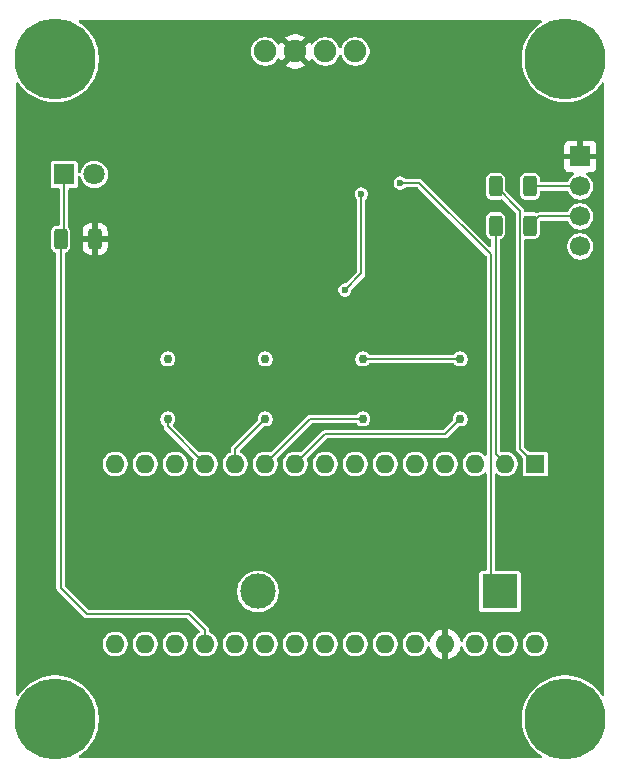
<source format=gbr>
%TF.GenerationSoftware,KiCad,Pcbnew,9.0.7-9.0.7~ubuntu24.04.1*%
%TF.CreationDate,2026-02-13T13:47:40-05:00*%
%TF.ProjectId,ControlPanelRTC,436f6e74-726f-46c5-9061-6e656c525443,rev?*%
%TF.SameCoordinates,Original*%
%TF.FileFunction,Copper,L1,Top*%
%TF.FilePolarity,Positive*%
%FSLAX46Y46*%
G04 Gerber Fmt 4.6, Leading zero omitted, Abs format (unit mm)*
G04 Created by KiCad (PCBNEW 9.0.7-9.0.7~ubuntu24.04.1) date 2026-02-13 13:47:40*
%MOMM*%
%LPD*%
G01*
G04 APERTURE LIST*
G04 Aperture macros list*
%AMRoundRect*
0 Rectangle with rounded corners*
0 $1 Rounding radius*
0 $2 $3 $4 $5 $6 $7 $8 $9 X,Y pos of 4 corners*
0 Add a 4 corners polygon primitive as box body*
4,1,4,$2,$3,$4,$5,$6,$7,$8,$9,$2,$3,0*
0 Add four circle primitives for the rounded corners*
1,1,$1+$1,$2,$3*
1,1,$1+$1,$4,$5*
1,1,$1+$1,$6,$7*
1,1,$1+$1,$8,$9*
0 Add four rect primitives between the rounded corners*
20,1,$1+$1,$2,$3,$4,$5,0*
20,1,$1+$1,$4,$5,$6,$7,0*
20,1,$1+$1,$6,$7,$8,$9,0*
20,1,$1+$1,$8,$9,$2,$3,0*%
G04 Aperture macros list end*
%TA.AperFunction,ComponentPad*%
%ADD10C,6.858000*%
%TD*%
%TA.AperFunction,ComponentPad*%
%ADD11R,3.000000X3.000000*%
%TD*%
%TA.AperFunction,ComponentPad*%
%ADD12C,3.000000*%
%TD*%
%TA.AperFunction,ComponentPad*%
%ADD13C,0.762000*%
%TD*%
%TA.AperFunction,ComponentPad*%
%ADD14R,1.800000X1.800000*%
%TD*%
%TA.AperFunction,ComponentPad*%
%ADD15C,1.800000*%
%TD*%
%TA.AperFunction,SMDPad,CuDef*%
%ADD16RoundRect,0.250000X0.312500X0.625000X-0.312500X0.625000X-0.312500X-0.625000X0.312500X-0.625000X0*%
%TD*%
%TA.AperFunction,ComponentPad*%
%ADD17R,1.600000X1.600000*%
%TD*%
%TA.AperFunction,ComponentPad*%
%ADD18O,1.600000X1.600000*%
%TD*%
%TA.AperFunction,ComponentPad*%
%ADD19C,1.905000*%
%TD*%
%TA.AperFunction,ComponentPad*%
%ADD20R,1.700000X1.700000*%
%TD*%
%TA.AperFunction,ComponentPad*%
%ADD21C,1.700000*%
%TD*%
%TA.AperFunction,ViaPad*%
%ADD22C,0.600000*%
%TD*%
%TA.AperFunction,Conductor*%
%ADD23C,0.200000*%
%TD*%
G04 APERTURE END LIST*
D10*
%TO.P,H4,1*%
%TO.N,N/C*%
X165100000Y-100965000D03*
%TD*%
%TO.P,H3,1*%
%TO.N,N/C*%
X121920000Y-100965000D03*
%TD*%
%TO.P,H2,1*%
%TO.N,N/C*%
X165100000Y-45085000D03*
%TD*%
%TO.P,H1,1*%
%TO.N,N/C*%
X121920000Y-45085000D03*
%TD*%
D11*
%TO.P,BT1,1,+*%
%TO.N,+BATT*%
X159570000Y-90169999D03*
D12*
%TO.P,BT1,2,-*%
%TO.N,GND*%
X139080000Y-90169999D03*
%TD*%
D13*
%TO.P,SW4,2,2*%
%TO.N,GND*%
X131445000Y-70485000D03*
%TO.P,SW4,1,1*%
%TO.N,/S3*%
X131445000Y-75565000D03*
%TD*%
%TO.P,SW3,1,1*%
%TO.N,/S2*%
X139700000Y-75565000D03*
%TO.P,SW3,2,2*%
%TO.N,GND*%
X139700000Y-70485000D03*
%TD*%
%TO.P,SW2,1,1*%
%TO.N,/S1*%
X147955000Y-75565000D03*
%TO.P,SW2,2,2*%
%TO.N,GND*%
X147955000Y-70485000D03*
%TD*%
%TO.P,SW1,1,1*%
%TO.N,/S0*%
X156210000Y-75565000D03*
%TO.P,SW1,2,2*%
%TO.N,GND*%
X156210000Y-70485000D03*
%TD*%
D14*
%TO.P,Q1,1,C*%
%TO.N,/ALS*%
X122682000Y-54864000D03*
D15*
%TO.P,Q1,2,E*%
%TO.N,GND*%
X125222000Y-54864000D03*
%TD*%
D16*
%TO.P,R7,1*%
%TO.N,Net-(J1-Pin_3)*%
X162117500Y-59190000D03*
%TO.P,R7,2*%
%TO.N,Net-(A1-D0{slash}RX)*%
X159192500Y-59190000D03*
%TD*%
D17*
%TO.P,A1,1,D1/TX*%
%TO.N,Net-(A1-D1{slash}TX)*%
X162560000Y-79375000D03*
D18*
%TO.P,A1,2,D0/RX*%
%TO.N,Net-(A1-D0{slash}RX)*%
X160020000Y-79375000D03*
%TO.P,A1,3,~{RESET}*%
%TO.N,unconnected-(A1-~{RESET}-Pad3)*%
X157480000Y-79375000D03*
%TO.P,A1,4,GND*%
%TO.N,GND*%
X154940000Y-79375000D03*
%TO.P,A1,5,D2*%
%TO.N,unconnected-(A1-D2-Pad5)*%
X152400000Y-79375000D03*
%TO.P,A1,6,D3*%
%TO.N,unconnected-(A1-D3-Pad6)*%
X149860000Y-79375000D03*
%TO.P,A1,7,D4*%
%TO.N,unconnected-(A1-D4-Pad7)*%
X147320000Y-79375000D03*
%TO.P,A1,8,D5*%
%TO.N,unconnected-(A1-D5-Pad8)*%
X144780000Y-79375000D03*
%TO.P,A1,9,D6*%
%TO.N,/S0*%
X142240000Y-79375000D03*
%TO.P,A1,10,D7*%
%TO.N,/S1*%
X139700000Y-79375000D03*
%TO.P,A1,11,D8*%
%TO.N,/S2*%
X137160000Y-79375000D03*
%TO.P,A1,12,D9*%
%TO.N,/S3*%
X134620000Y-79375000D03*
%TO.P,A1,13,D10*%
%TO.N,unconnected-(A1-D10-Pad13)*%
X132080000Y-79375000D03*
%TO.P,A1,14,D11*%
%TO.N,unconnected-(A1-D11-Pad14)*%
X129540000Y-79375000D03*
%TO.P,A1,15,D12*%
%TO.N,unconnected-(A1-D12-Pad15)*%
X127000000Y-79375000D03*
%TO.P,A1,16,D13*%
%TO.N,unconnected-(A1-D13-Pad16)*%
X127000000Y-94615000D03*
%TO.P,A1,17,3V3*%
%TO.N,unconnected-(A1-3V3-Pad17)*%
X129540000Y-94615000D03*
%TO.P,A1,18,AREF*%
%TO.N,unconnected-(A1-AREF-Pad18)*%
X132080000Y-94615000D03*
%TO.P,A1,19,A0*%
%TO.N,/ALS*%
X134620000Y-94615000D03*
%TO.P,A1,20,A1*%
%TO.N,unconnected-(A1-A1-Pad20)*%
X137160000Y-94615000D03*
%TO.P,A1,21,A2*%
%TO.N,unconnected-(A1-A2-Pad21)*%
X139700000Y-94615000D03*
%TO.P,A1,22,A3*%
%TO.N,unconnected-(A1-A3-Pad22)*%
X142240000Y-94615000D03*
%TO.P,A1,23,A4*%
%TO.N,/SDA*%
X144780000Y-94615000D03*
%TO.P,A1,24,A5*%
%TO.N,/SCL*%
X147320000Y-94615000D03*
%TO.P,A1,25,A6*%
%TO.N,unconnected-(A1-A6-Pad25)*%
X149860000Y-94615000D03*
%TO.P,A1,26,A7*%
%TO.N,unconnected-(A1-A7-Pad26)*%
X152400000Y-94615000D03*
%TO.P,A1,27,+5V*%
%TO.N,VCC*%
X154940000Y-94615000D03*
%TO.P,A1,28,~{RESET}*%
%TO.N,unconnected-(A1-~{RESET}-Pad28)*%
X157480000Y-94615000D03*
%TO.P,A1,29,GND*%
%TO.N,GND*%
X160020000Y-94615000D03*
%TO.P,A1,30,VIN*%
%TO.N,unconnected-(A1-VIN-Pad30)*%
X162560000Y-94615000D03*
%TD*%
D16*
%TO.P,R5,1*%
%TO.N,VCC*%
X125287500Y-60325000D03*
%TO.P,R5,2*%
%TO.N,/ALS*%
X122362500Y-60325000D03*
%TD*%
D19*
%TO.P,J2,1,Pin_1*%
%TO.N,GND*%
X139700000Y-44450000D03*
%TO.P,J2,2,Pin_2*%
%TO.N,VCC*%
X142240000Y-44450000D03*
%TO.P,J2,3,Pin_3*%
%TO.N,/SCL*%
X144780000Y-44450000D03*
%TO.P,J2,4,Pin_4*%
%TO.N,/SDA*%
X147320000Y-44450000D03*
%TD*%
D20*
%TO.P,J1,1,Pin_1*%
%TO.N,VCC*%
X166370000Y-53340000D03*
D21*
%TO.P,J1,2,Pin_2*%
%TO.N,Net-(J1-Pin_2)*%
X166370000Y-55880000D03*
%TO.P,J1,3,Pin_3*%
%TO.N,Net-(J1-Pin_3)*%
X166370000Y-58420000D03*
%TO.P,J1,4,Pin_4*%
%TO.N,GND*%
X166370000Y-60960000D03*
%TD*%
D16*
%TO.P,R6,1*%
%TO.N,Net-(J1-Pin_2)*%
X162117500Y-55880000D03*
%TO.P,R6,2*%
%TO.N,Net-(A1-D1{slash}TX)*%
X159192500Y-55880000D03*
%TD*%
D22*
%TO.N,/SDA*%
X146431000Y-64643000D03*
X147828000Y-56515000D03*
%TO.N,+BATT*%
X151130000Y-55587500D03*
%TO.N,VCC*%
X140462000Y-64643000D03*
X140716000Y-61468000D03*
X139446000Y-56515000D03*
X135255000Y-54229000D03*
X146558000Y-50165000D03*
%TD*%
D23*
%TO.N,GND*%
X147955000Y-70485000D02*
X156210000Y-70485000D01*
%TO.N,Net-(J1-Pin_3)*%
X162117500Y-59190000D02*
X162887500Y-58420000D01*
X162887500Y-58420000D02*
X166370000Y-58420000D01*
%TO.N,Net-(J1-Pin_2)*%
X162117500Y-55880000D02*
X166370000Y-55880000D01*
%TO.N,/SDA*%
X147828000Y-63246000D02*
X146431000Y-64643000D01*
X147828000Y-56515000D02*
X147828000Y-63246000D01*
%TO.N,/ALS*%
X122362500Y-60325000D02*
X122362500Y-89850500D01*
X122362500Y-89850500D02*
X124587000Y-92075000D01*
X124587000Y-92075000D02*
X133223000Y-92075000D01*
X133223000Y-92075000D02*
X134620000Y-93472000D01*
X134620000Y-93472000D02*
X134620000Y-94615000D01*
X122682000Y-54864000D02*
X122682000Y-60005500D01*
X122682000Y-60005500D02*
X122362500Y-60325000D01*
%TO.N,+BATT*%
X159570000Y-90169999D02*
X158791500Y-89391499D01*
X158791500Y-89391499D02*
X158791500Y-61636500D01*
X158791500Y-61636500D02*
X152742500Y-55587500D01*
X152742500Y-55587500D02*
X151130000Y-55587500D01*
%TO.N,/S0*%
X156210000Y-75565000D02*
X154940000Y-76835000D01*
X154940000Y-76835000D02*
X144780000Y-76835000D01*
X144780000Y-76835000D02*
X142240000Y-79375000D01*
%TO.N,/S1*%
X147955000Y-75565000D02*
X143510000Y-75565000D01*
X143510000Y-75565000D02*
X139700000Y-79375000D01*
%TO.N,/S2*%
X139700000Y-75565000D02*
X137160000Y-78105000D01*
X137160000Y-78105000D02*
X137160000Y-79375000D01*
%TO.N,/S3*%
X131445000Y-75565000D02*
X131445000Y-76200000D01*
X131445000Y-76200000D02*
X134620000Y-79375000D01*
%TO.N,Net-(A1-D0{slash}RX)*%
X159192500Y-59190000D02*
X159192500Y-78547500D01*
X159192500Y-78547500D02*
X160020000Y-79375000D01*
%TO.N,Net-(A1-D1{slash}TX)*%
X159192500Y-55880000D02*
X161254000Y-57941500D01*
X161254000Y-57941500D02*
X161254000Y-78069000D01*
X161254000Y-78069000D02*
X162560000Y-79375000D01*
%TD*%
%TA.AperFunction,Conductor*%
%TO.N,VCC*%
G36*
X163075647Y-41795502D02*
G01*
X163122140Y-41849158D01*
X163132244Y-41919432D01*
X163102750Y-41984012D01*
X163077528Y-42006265D01*
X162903102Y-42122812D01*
X162903087Y-42122823D01*
X162623335Y-42352409D01*
X162623316Y-42352427D01*
X162367427Y-42608316D01*
X162367409Y-42608335D01*
X162137823Y-42888087D01*
X162137812Y-42888102D01*
X161936748Y-43189016D01*
X161766140Y-43508201D01*
X161721944Y-43614900D01*
X161627640Y-43842570D01*
X161554429Y-44083916D01*
X161522581Y-44188904D01*
X161451974Y-44543865D01*
X161451972Y-44543881D01*
X161416500Y-44904034D01*
X161416500Y-45265965D01*
X161451972Y-45626118D01*
X161451973Y-45626123D01*
X161451974Y-45626133D01*
X161522581Y-45981097D01*
X161627640Y-46327430D01*
X161766140Y-46661798D01*
X161936748Y-46980983D01*
X162137812Y-47281897D01*
X162137823Y-47281912D01*
X162367409Y-47561664D01*
X162367427Y-47561683D01*
X162623316Y-47817572D01*
X162623335Y-47817590D01*
X162903087Y-48047176D01*
X162903096Y-48047183D01*
X163204019Y-48248253D01*
X163523202Y-48418860D01*
X163857570Y-48557360D01*
X164203903Y-48662419D01*
X164558867Y-48733026D01*
X164919041Y-48768500D01*
X164919050Y-48768500D01*
X165280950Y-48768500D01*
X165280959Y-48768500D01*
X165641133Y-48733026D01*
X165996097Y-48662419D01*
X166342430Y-48557360D01*
X166676798Y-48418860D01*
X166995981Y-48248253D01*
X167296904Y-48047183D01*
X167576670Y-47817585D01*
X167832585Y-47561670D01*
X168062183Y-47281904D01*
X168132241Y-47177053D01*
X168178735Y-47107472D01*
X168233212Y-47061944D01*
X168303655Y-47053096D01*
X168367699Y-47083737D01*
X168405010Y-47144139D01*
X168409500Y-47177474D01*
X168409500Y-98872525D01*
X168389498Y-98940646D01*
X168335842Y-98987139D01*
X168265568Y-98997243D01*
X168200988Y-98967749D01*
X168178735Y-98942527D01*
X168062187Y-98768102D01*
X168062176Y-98768087D01*
X167832590Y-98488335D01*
X167832572Y-98488316D01*
X167576683Y-98232427D01*
X167576664Y-98232409D01*
X167296912Y-98002823D01*
X167296897Y-98002812D01*
X166995983Y-97801748D01*
X166676798Y-97631140D01*
X166342430Y-97492640D01*
X165996097Y-97387581D01*
X165759454Y-97340509D01*
X165641134Y-97316974D01*
X165641118Y-97316972D01*
X165280965Y-97281500D01*
X165280959Y-97281500D01*
X164919041Y-97281500D01*
X164919034Y-97281500D01*
X164558881Y-97316972D01*
X164558865Y-97316974D01*
X164322224Y-97364045D01*
X164203903Y-97387581D01*
X163986513Y-97453525D01*
X163857576Y-97492638D01*
X163857574Y-97492638D01*
X163857570Y-97492640D01*
X163677178Y-97567360D01*
X163523201Y-97631140D01*
X163204016Y-97801748D01*
X162903102Y-98002812D01*
X162903087Y-98002823D01*
X162623335Y-98232409D01*
X162623316Y-98232427D01*
X162367427Y-98488316D01*
X162367409Y-98488335D01*
X162137823Y-98768087D01*
X162137812Y-98768102D01*
X161936748Y-99069016D01*
X161766140Y-99388201D01*
X161627638Y-99722576D01*
X161522581Y-100068904D01*
X161451974Y-100423865D01*
X161451972Y-100423881D01*
X161416500Y-100784034D01*
X161416500Y-101145965D01*
X161451972Y-101506118D01*
X161451974Y-101506133D01*
X161522581Y-101861097D01*
X161627640Y-102207430D01*
X161766140Y-102541798D01*
X161936748Y-102860983D01*
X162137812Y-103161897D01*
X162137823Y-103161912D01*
X162367409Y-103441664D01*
X162367427Y-103441683D01*
X162623316Y-103697572D01*
X162623335Y-103697590D01*
X162903087Y-103927176D01*
X162903096Y-103927183D01*
X162903102Y-103927187D01*
X163077528Y-104043735D01*
X163123056Y-104098212D01*
X163131904Y-104168655D01*
X163101263Y-104232699D01*
X163040861Y-104270010D01*
X163007526Y-104274500D01*
X124012474Y-104274500D01*
X123944353Y-104254498D01*
X123897860Y-104200842D01*
X123887756Y-104130568D01*
X123917250Y-104065988D01*
X123942472Y-104043735D01*
X124012053Y-103997241D01*
X124116904Y-103927183D01*
X124396670Y-103697585D01*
X124652585Y-103441670D01*
X124882183Y-103161904D01*
X125083253Y-102860981D01*
X125253860Y-102541798D01*
X125392360Y-102207430D01*
X125497419Y-101861097D01*
X125568026Y-101506133D01*
X125603500Y-101145959D01*
X125603500Y-100784041D01*
X125568026Y-100423867D01*
X125497419Y-100068903D01*
X125392360Y-99722570D01*
X125253860Y-99388202D01*
X125083253Y-99069019D01*
X124882183Y-98768096D01*
X124882176Y-98768087D01*
X124652590Y-98488335D01*
X124652572Y-98488316D01*
X124396683Y-98232427D01*
X124396664Y-98232409D01*
X124116912Y-98002823D01*
X124116897Y-98002812D01*
X123815983Y-97801748D01*
X123496798Y-97631140D01*
X123162430Y-97492640D01*
X122816097Y-97387581D01*
X122579454Y-97340509D01*
X122461134Y-97316974D01*
X122461118Y-97316972D01*
X122100965Y-97281500D01*
X122100959Y-97281500D01*
X121739041Y-97281500D01*
X121739034Y-97281500D01*
X121378881Y-97316972D01*
X121378865Y-97316974D01*
X121142224Y-97364045D01*
X121023903Y-97387581D01*
X120806513Y-97453525D01*
X120677576Y-97492638D01*
X120677574Y-97492638D01*
X120677570Y-97492640D01*
X120497178Y-97567360D01*
X120343201Y-97631140D01*
X120024016Y-97801748D01*
X119723102Y-98002812D01*
X119723087Y-98002823D01*
X119443335Y-98232409D01*
X119443316Y-98232427D01*
X119187427Y-98488316D01*
X119187409Y-98488335D01*
X118957823Y-98768087D01*
X118957812Y-98768102D01*
X118841265Y-98942527D01*
X118786788Y-98988055D01*
X118716345Y-98996903D01*
X118652301Y-98966261D01*
X118614989Y-98905860D01*
X118610500Y-98872525D01*
X118610500Y-94511138D01*
X125945500Y-94511138D01*
X125945500Y-94718861D01*
X125969258Y-94838297D01*
X125986024Y-94922586D01*
X126065514Y-95114493D01*
X126065853Y-95115000D01*
X126180916Y-95287203D01*
X126180921Y-95287209D01*
X126327790Y-95434078D01*
X126327796Y-95434083D01*
X126500507Y-95549486D01*
X126692414Y-95628976D01*
X126896141Y-95669500D01*
X126896142Y-95669500D01*
X127103858Y-95669500D01*
X127103859Y-95669500D01*
X127307586Y-95628976D01*
X127499493Y-95549486D01*
X127672204Y-95434083D01*
X127819083Y-95287204D01*
X127934486Y-95114493D01*
X128013976Y-94922586D01*
X128054500Y-94718859D01*
X128054500Y-94511141D01*
X128054499Y-94511138D01*
X128485500Y-94511138D01*
X128485500Y-94718861D01*
X128509258Y-94838297D01*
X128526024Y-94922586D01*
X128605514Y-95114493D01*
X128605853Y-95115000D01*
X128720916Y-95287203D01*
X128720921Y-95287209D01*
X128867790Y-95434078D01*
X128867796Y-95434083D01*
X129040507Y-95549486D01*
X129232414Y-95628976D01*
X129436141Y-95669500D01*
X129436142Y-95669500D01*
X129643858Y-95669500D01*
X129643859Y-95669500D01*
X129847586Y-95628976D01*
X130039493Y-95549486D01*
X130212204Y-95434083D01*
X130359083Y-95287204D01*
X130474486Y-95114493D01*
X130553976Y-94922586D01*
X130594500Y-94718859D01*
X130594500Y-94511141D01*
X130594499Y-94511138D01*
X131025500Y-94511138D01*
X131025500Y-94718861D01*
X131049258Y-94838297D01*
X131066024Y-94922586D01*
X131145514Y-95114493D01*
X131145853Y-95115000D01*
X131260916Y-95287203D01*
X131260921Y-95287209D01*
X131407790Y-95434078D01*
X131407796Y-95434083D01*
X131580507Y-95549486D01*
X131772414Y-95628976D01*
X131976141Y-95669500D01*
X131976142Y-95669500D01*
X132183858Y-95669500D01*
X132183859Y-95669500D01*
X132387586Y-95628976D01*
X132579493Y-95549486D01*
X132752204Y-95434083D01*
X132899083Y-95287204D01*
X133014486Y-95114493D01*
X133093976Y-94922586D01*
X133134500Y-94718859D01*
X133134500Y-94511141D01*
X133093976Y-94307414D01*
X133014486Y-94115507D01*
X132899083Y-93942796D01*
X132899078Y-93942790D01*
X132752209Y-93795921D01*
X132752203Y-93795916D01*
X132694895Y-93757623D01*
X132579493Y-93680514D01*
X132415690Y-93612665D01*
X132387591Y-93601026D01*
X132387586Y-93601024D01*
X132183861Y-93560500D01*
X132183859Y-93560500D01*
X131976141Y-93560500D01*
X131976138Y-93560500D01*
X131772413Y-93601024D01*
X131772408Y-93601026D01*
X131580507Y-93680514D01*
X131407796Y-93795916D01*
X131407790Y-93795921D01*
X131260921Y-93942790D01*
X131260916Y-93942796D01*
X131145514Y-94115507D01*
X131066026Y-94307408D01*
X131066024Y-94307413D01*
X131025500Y-94511138D01*
X130594499Y-94511138D01*
X130553976Y-94307414D01*
X130474486Y-94115507D01*
X130359083Y-93942796D01*
X130359078Y-93942790D01*
X130212209Y-93795921D01*
X130212203Y-93795916D01*
X130154895Y-93757623D01*
X130039493Y-93680514D01*
X129875690Y-93612665D01*
X129847591Y-93601026D01*
X129847586Y-93601024D01*
X129643861Y-93560500D01*
X129643859Y-93560500D01*
X129436141Y-93560500D01*
X129436138Y-93560500D01*
X129232413Y-93601024D01*
X129232408Y-93601026D01*
X129040507Y-93680514D01*
X128867796Y-93795916D01*
X128867790Y-93795921D01*
X128720921Y-93942790D01*
X128720916Y-93942796D01*
X128605514Y-94115507D01*
X128526026Y-94307408D01*
X128526024Y-94307413D01*
X128485500Y-94511138D01*
X128054499Y-94511138D01*
X128013976Y-94307414D01*
X127934486Y-94115507D01*
X127819083Y-93942796D01*
X127819078Y-93942790D01*
X127672209Y-93795921D01*
X127672203Y-93795916D01*
X127614895Y-93757623D01*
X127499493Y-93680514D01*
X127335690Y-93612665D01*
X127307591Y-93601026D01*
X127307586Y-93601024D01*
X127103861Y-93560500D01*
X127103859Y-93560500D01*
X126896141Y-93560500D01*
X126896138Y-93560500D01*
X126692413Y-93601024D01*
X126692408Y-93601026D01*
X126500507Y-93680514D01*
X126327796Y-93795916D01*
X126327790Y-93795921D01*
X126180921Y-93942790D01*
X126180916Y-93942796D01*
X126065514Y-94115507D01*
X125986026Y-94307408D01*
X125986024Y-94307413D01*
X125945500Y-94511138D01*
X118610500Y-94511138D01*
X118610500Y-53938930D01*
X121527500Y-53938930D01*
X121527500Y-55789063D01*
X121527501Y-55789073D01*
X121542265Y-55863300D01*
X121598516Y-55947484D01*
X121682697Y-56003733D01*
X121682699Y-56003734D01*
X121756933Y-56018500D01*
X122201500Y-56018499D01*
X122269621Y-56038501D01*
X122316114Y-56092156D01*
X122327500Y-56144499D01*
X122327500Y-59069500D01*
X122307498Y-59137621D01*
X122253842Y-59184114D01*
X122201501Y-59195500D01*
X122001753Y-59195500D01*
X122001729Y-59195502D01*
X121941660Y-59201959D01*
X121941658Y-59201959D01*
X121805733Y-59252657D01*
X121689596Y-59339596D01*
X121602657Y-59455734D01*
X121551962Y-59591650D01*
X121551960Y-59591658D01*
X121545500Y-59651737D01*
X121545500Y-60998246D01*
X121545502Y-60998270D01*
X121551959Y-61058339D01*
X121551959Y-61058341D01*
X121602657Y-61194266D01*
X121602658Y-61194267D01*
X121689596Y-61310404D01*
X121805733Y-61397342D01*
X121926035Y-61442213D01*
X121982868Y-61484758D01*
X122007679Y-61551279D01*
X122008000Y-61560267D01*
X122008000Y-89897174D01*
X122032159Y-89987333D01*
X122078826Y-90068164D01*
X122078834Y-90068174D01*
X124303329Y-92292668D01*
X124369332Y-92358671D01*
X124450168Y-92405341D01*
X124540329Y-92429500D01*
X133023971Y-92429500D01*
X133092092Y-92449502D01*
X133113066Y-92466405D01*
X134135833Y-93489171D01*
X134169858Y-93551483D01*
X134164794Y-93622298D01*
X134122247Y-93679134D01*
X134116740Y-93683031D01*
X133947796Y-93795916D01*
X133947790Y-93795921D01*
X133800921Y-93942790D01*
X133800916Y-93942796D01*
X133685514Y-94115507D01*
X133606026Y-94307408D01*
X133606024Y-94307413D01*
X133565500Y-94511138D01*
X133565500Y-94718861D01*
X133589258Y-94838297D01*
X133606024Y-94922586D01*
X133685514Y-95114493D01*
X133685853Y-95115000D01*
X133800916Y-95287203D01*
X133800921Y-95287209D01*
X133947790Y-95434078D01*
X133947796Y-95434083D01*
X134120507Y-95549486D01*
X134312414Y-95628976D01*
X134516141Y-95669500D01*
X134516142Y-95669500D01*
X134723858Y-95669500D01*
X134723859Y-95669500D01*
X134927586Y-95628976D01*
X135119493Y-95549486D01*
X135292204Y-95434083D01*
X135439083Y-95287204D01*
X135554486Y-95114493D01*
X135633976Y-94922586D01*
X135674500Y-94718859D01*
X135674500Y-94511141D01*
X135674499Y-94511138D01*
X136105500Y-94511138D01*
X136105500Y-94718861D01*
X136129258Y-94838297D01*
X136146024Y-94922586D01*
X136225514Y-95114493D01*
X136225853Y-95115000D01*
X136340916Y-95287203D01*
X136340921Y-95287209D01*
X136487790Y-95434078D01*
X136487796Y-95434083D01*
X136660507Y-95549486D01*
X136852414Y-95628976D01*
X137056141Y-95669500D01*
X137056142Y-95669500D01*
X137263858Y-95669500D01*
X137263859Y-95669500D01*
X137467586Y-95628976D01*
X137659493Y-95549486D01*
X137832204Y-95434083D01*
X137979083Y-95287204D01*
X138094486Y-95114493D01*
X138173976Y-94922586D01*
X138214500Y-94718859D01*
X138214500Y-94511141D01*
X138214499Y-94511138D01*
X138645500Y-94511138D01*
X138645500Y-94718861D01*
X138669258Y-94838297D01*
X138686024Y-94922586D01*
X138765514Y-95114493D01*
X138765853Y-95115000D01*
X138880916Y-95287203D01*
X138880921Y-95287209D01*
X139027790Y-95434078D01*
X139027796Y-95434083D01*
X139200507Y-95549486D01*
X139392414Y-95628976D01*
X139596141Y-95669500D01*
X139596142Y-95669500D01*
X139803858Y-95669500D01*
X139803859Y-95669500D01*
X140007586Y-95628976D01*
X140199493Y-95549486D01*
X140372204Y-95434083D01*
X140519083Y-95287204D01*
X140634486Y-95114493D01*
X140713976Y-94922586D01*
X140754500Y-94718859D01*
X140754500Y-94511141D01*
X140754499Y-94511138D01*
X141185500Y-94511138D01*
X141185500Y-94718861D01*
X141209258Y-94838297D01*
X141226024Y-94922586D01*
X141305514Y-95114493D01*
X141305853Y-95115000D01*
X141420916Y-95287203D01*
X141420921Y-95287209D01*
X141567790Y-95434078D01*
X141567796Y-95434083D01*
X141740507Y-95549486D01*
X141932414Y-95628976D01*
X142136141Y-95669500D01*
X142136142Y-95669500D01*
X142343858Y-95669500D01*
X142343859Y-95669500D01*
X142547586Y-95628976D01*
X142739493Y-95549486D01*
X142912204Y-95434083D01*
X143059083Y-95287204D01*
X143174486Y-95114493D01*
X143253976Y-94922586D01*
X143294500Y-94718859D01*
X143294500Y-94511141D01*
X143294499Y-94511138D01*
X143725500Y-94511138D01*
X143725500Y-94718861D01*
X143749258Y-94838297D01*
X143766024Y-94922586D01*
X143845514Y-95114493D01*
X143845853Y-95115000D01*
X143960916Y-95287203D01*
X143960921Y-95287209D01*
X144107790Y-95434078D01*
X144107796Y-95434083D01*
X144280507Y-95549486D01*
X144472414Y-95628976D01*
X144676141Y-95669500D01*
X144676142Y-95669500D01*
X144883858Y-95669500D01*
X144883859Y-95669500D01*
X145087586Y-95628976D01*
X145279493Y-95549486D01*
X145452204Y-95434083D01*
X145599083Y-95287204D01*
X145714486Y-95114493D01*
X145793976Y-94922586D01*
X145834500Y-94718859D01*
X145834500Y-94511141D01*
X145834499Y-94511138D01*
X146265500Y-94511138D01*
X146265500Y-94718861D01*
X146289258Y-94838297D01*
X146306024Y-94922586D01*
X146385514Y-95114493D01*
X146385853Y-95115000D01*
X146500916Y-95287203D01*
X146500921Y-95287209D01*
X146647790Y-95434078D01*
X146647796Y-95434083D01*
X146820507Y-95549486D01*
X147012414Y-95628976D01*
X147216141Y-95669500D01*
X147216142Y-95669500D01*
X147423858Y-95669500D01*
X147423859Y-95669500D01*
X147627586Y-95628976D01*
X147819493Y-95549486D01*
X147992204Y-95434083D01*
X148139083Y-95287204D01*
X148254486Y-95114493D01*
X148333976Y-94922586D01*
X148374500Y-94718859D01*
X148374500Y-94511141D01*
X148374499Y-94511138D01*
X148805500Y-94511138D01*
X148805500Y-94718861D01*
X148829258Y-94838297D01*
X148846024Y-94922586D01*
X148925514Y-95114493D01*
X148925853Y-95115000D01*
X149040916Y-95287203D01*
X149040921Y-95287209D01*
X149187790Y-95434078D01*
X149187796Y-95434083D01*
X149360507Y-95549486D01*
X149552414Y-95628976D01*
X149756141Y-95669500D01*
X149756142Y-95669500D01*
X149963858Y-95669500D01*
X149963859Y-95669500D01*
X150167586Y-95628976D01*
X150359493Y-95549486D01*
X150532204Y-95434083D01*
X150679083Y-95287204D01*
X150794486Y-95114493D01*
X150873976Y-94922586D01*
X150914500Y-94718859D01*
X150914500Y-94511141D01*
X150914499Y-94511138D01*
X151345500Y-94511138D01*
X151345500Y-94718861D01*
X151369258Y-94838297D01*
X151386024Y-94922586D01*
X151465514Y-95114493D01*
X151465853Y-95115000D01*
X151580916Y-95287203D01*
X151580921Y-95287209D01*
X151727790Y-95434078D01*
X151727796Y-95434083D01*
X151900507Y-95549486D01*
X152092414Y-95628976D01*
X152296141Y-95669500D01*
X152296142Y-95669500D01*
X152503858Y-95669500D01*
X152503859Y-95669500D01*
X152707586Y-95628976D01*
X152899493Y-95549486D01*
X153072204Y-95434083D01*
X153219083Y-95287204D01*
X153334486Y-95114493D01*
X153413976Y-94922586D01*
X153420256Y-94891013D01*
X153453161Y-94828106D01*
X153514856Y-94792974D01*
X153585751Y-94796773D01*
X153643337Y-94838297D01*
X153668282Y-94895883D01*
X153672009Y-94919414D01*
X153672010Y-94919416D01*
X153735243Y-95114025D01*
X153735246Y-95114034D01*
X153828140Y-95296349D01*
X153948416Y-95461895D01*
X154093104Y-95606583D01*
X154258650Y-95726859D01*
X154440965Y-95819753D01*
X154440974Y-95819756D01*
X154635582Y-95882989D01*
X154635589Y-95882991D01*
X154690000Y-95891608D01*
X154690000Y-95048012D01*
X154747007Y-95080925D01*
X154874174Y-95115000D01*
X155005826Y-95115000D01*
X155132993Y-95080925D01*
X155190000Y-95048012D01*
X155190000Y-95891607D01*
X155244410Y-95882991D01*
X155244417Y-95882989D01*
X155439025Y-95819756D01*
X155439034Y-95819753D01*
X155621349Y-95726859D01*
X155786895Y-95606583D01*
X155931583Y-95461895D01*
X156051859Y-95296349D01*
X156144753Y-95114034D01*
X156144756Y-95114025D01*
X156207989Y-94919419D01*
X156211716Y-94895887D01*
X156242127Y-94831734D01*
X156302395Y-94794206D01*
X156373384Y-94795219D01*
X156432557Y-94834450D01*
X156459743Y-94891011D01*
X156466024Y-94922586D01*
X156545514Y-95114493D01*
X156545853Y-95115000D01*
X156660916Y-95287203D01*
X156660921Y-95287209D01*
X156807790Y-95434078D01*
X156807796Y-95434083D01*
X156980507Y-95549486D01*
X157172414Y-95628976D01*
X157376141Y-95669500D01*
X157376142Y-95669500D01*
X157583858Y-95669500D01*
X157583859Y-95669500D01*
X157787586Y-95628976D01*
X157979493Y-95549486D01*
X158152204Y-95434083D01*
X158299083Y-95287204D01*
X158414486Y-95114493D01*
X158493976Y-94922586D01*
X158534500Y-94718859D01*
X158534500Y-94511141D01*
X158534499Y-94511138D01*
X158965500Y-94511138D01*
X158965500Y-94718861D01*
X158989258Y-94838297D01*
X159006024Y-94922586D01*
X159085514Y-95114493D01*
X159085853Y-95115000D01*
X159200916Y-95287203D01*
X159200921Y-95287209D01*
X159347790Y-95434078D01*
X159347796Y-95434083D01*
X159520507Y-95549486D01*
X159712414Y-95628976D01*
X159916141Y-95669500D01*
X159916142Y-95669500D01*
X160123858Y-95669500D01*
X160123859Y-95669500D01*
X160327586Y-95628976D01*
X160519493Y-95549486D01*
X160692204Y-95434083D01*
X160839083Y-95287204D01*
X160954486Y-95114493D01*
X161033976Y-94922586D01*
X161074500Y-94718859D01*
X161074500Y-94511141D01*
X161074499Y-94511138D01*
X161505500Y-94511138D01*
X161505500Y-94718861D01*
X161529258Y-94838297D01*
X161546024Y-94922586D01*
X161625514Y-95114493D01*
X161625853Y-95115000D01*
X161740916Y-95287203D01*
X161740921Y-95287209D01*
X161887790Y-95434078D01*
X161887796Y-95434083D01*
X162060507Y-95549486D01*
X162252414Y-95628976D01*
X162456141Y-95669500D01*
X162456142Y-95669500D01*
X162663858Y-95669500D01*
X162663859Y-95669500D01*
X162867586Y-95628976D01*
X163059493Y-95549486D01*
X163232204Y-95434083D01*
X163379083Y-95287204D01*
X163494486Y-95114493D01*
X163573976Y-94922586D01*
X163614500Y-94718859D01*
X163614500Y-94511141D01*
X163573976Y-94307414D01*
X163494486Y-94115507D01*
X163379083Y-93942796D01*
X163379078Y-93942790D01*
X163232209Y-93795921D01*
X163232203Y-93795916D01*
X163174895Y-93757623D01*
X163059493Y-93680514D01*
X162895690Y-93612665D01*
X162867591Y-93601026D01*
X162867586Y-93601024D01*
X162663861Y-93560500D01*
X162663859Y-93560500D01*
X162456141Y-93560500D01*
X162456138Y-93560500D01*
X162252413Y-93601024D01*
X162252408Y-93601026D01*
X162060507Y-93680514D01*
X161887796Y-93795916D01*
X161887790Y-93795921D01*
X161740921Y-93942790D01*
X161740916Y-93942796D01*
X161625514Y-94115507D01*
X161546026Y-94307408D01*
X161546024Y-94307413D01*
X161505500Y-94511138D01*
X161074499Y-94511138D01*
X161033976Y-94307414D01*
X160954486Y-94115507D01*
X160839083Y-93942796D01*
X160839078Y-93942790D01*
X160692209Y-93795921D01*
X160692203Y-93795916D01*
X160634895Y-93757623D01*
X160519493Y-93680514D01*
X160355690Y-93612665D01*
X160327591Y-93601026D01*
X160327586Y-93601024D01*
X160123861Y-93560500D01*
X160123859Y-93560500D01*
X159916141Y-93560500D01*
X159916138Y-93560500D01*
X159712413Y-93601024D01*
X159712408Y-93601026D01*
X159520507Y-93680514D01*
X159347796Y-93795916D01*
X159347790Y-93795921D01*
X159200921Y-93942790D01*
X159200916Y-93942796D01*
X159085514Y-94115507D01*
X159006026Y-94307408D01*
X159006024Y-94307413D01*
X158965500Y-94511138D01*
X158534499Y-94511138D01*
X158493976Y-94307414D01*
X158414486Y-94115507D01*
X158299083Y-93942796D01*
X158299078Y-93942790D01*
X158152209Y-93795921D01*
X158152203Y-93795916D01*
X158094895Y-93757623D01*
X157979493Y-93680514D01*
X157815690Y-93612665D01*
X157787591Y-93601026D01*
X157787586Y-93601024D01*
X157583861Y-93560500D01*
X157583859Y-93560500D01*
X157376141Y-93560500D01*
X157376138Y-93560500D01*
X157172413Y-93601024D01*
X157172408Y-93601026D01*
X156980507Y-93680514D01*
X156807796Y-93795916D01*
X156807790Y-93795921D01*
X156660921Y-93942790D01*
X156660916Y-93942796D01*
X156545514Y-94115507D01*
X156466026Y-94307408D01*
X156466022Y-94307420D01*
X156459743Y-94338987D01*
X156426835Y-94401896D01*
X156365139Y-94437026D01*
X156294244Y-94433225D01*
X156236659Y-94391698D01*
X156211716Y-94334113D01*
X156207988Y-94310580D01*
X156144756Y-94115974D01*
X156144753Y-94115965D01*
X156051859Y-93933650D01*
X155931583Y-93768104D01*
X155786895Y-93623416D01*
X155621349Y-93503140D01*
X155439034Y-93410246D01*
X155439025Y-93410243D01*
X155244420Y-93347011D01*
X155190000Y-93338391D01*
X155190000Y-94181988D01*
X155132993Y-94149075D01*
X155005826Y-94115000D01*
X154874174Y-94115000D01*
X154747007Y-94149075D01*
X154690000Y-94181988D01*
X154690000Y-93338391D01*
X154635579Y-93347011D01*
X154440974Y-93410243D01*
X154440965Y-93410246D01*
X154258650Y-93503140D01*
X154093104Y-93623416D01*
X153948416Y-93768104D01*
X153828140Y-93933650D01*
X153735246Y-94115965D01*
X153735243Y-94115974D01*
X153672010Y-94310583D01*
X153672009Y-94310583D01*
X153668282Y-94334117D01*
X153637868Y-94398269D01*
X153577599Y-94435795D01*
X153506610Y-94434779D01*
X153447439Y-94395545D01*
X153420256Y-94338986D01*
X153413976Y-94307414D01*
X153334486Y-94115507D01*
X153219083Y-93942796D01*
X153219078Y-93942790D01*
X153072209Y-93795921D01*
X153072203Y-93795916D01*
X153014895Y-93757623D01*
X152899493Y-93680514D01*
X152735690Y-93612665D01*
X152707591Y-93601026D01*
X152707586Y-93601024D01*
X152503861Y-93560500D01*
X152503859Y-93560500D01*
X152296141Y-93560500D01*
X152296138Y-93560500D01*
X152092413Y-93601024D01*
X152092408Y-93601026D01*
X151900507Y-93680514D01*
X151727796Y-93795916D01*
X151727790Y-93795921D01*
X151580921Y-93942790D01*
X151580916Y-93942796D01*
X151465514Y-94115507D01*
X151386026Y-94307408D01*
X151386024Y-94307413D01*
X151345500Y-94511138D01*
X150914499Y-94511138D01*
X150873976Y-94307414D01*
X150794486Y-94115507D01*
X150679083Y-93942796D01*
X150679078Y-93942790D01*
X150532209Y-93795921D01*
X150532203Y-93795916D01*
X150474895Y-93757623D01*
X150359493Y-93680514D01*
X150195690Y-93612665D01*
X150167591Y-93601026D01*
X150167586Y-93601024D01*
X149963861Y-93560500D01*
X149963859Y-93560500D01*
X149756141Y-93560500D01*
X149756138Y-93560500D01*
X149552413Y-93601024D01*
X149552408Y-93601026D01*
X149360507Y-93680514D01*
X149187796Y-93795916D01*
X149187790Y-93795921D01*
X149040921Y-93942790D01*
X149040916Y-93942796D01*
X148925514Y-94115507D01*
X148846026Y-94307408D01*
X148846024Y-94307413D01*
X148805500Y-94511138D01*
X148374499Y-94511138D01*
X148333976Y-94307414D01*
X148254486Y-94115507D01*
X148139083Y-93942796D01*
X148139078Y-93942790D01*
X147992209Y-93795921D01*
X147992203Y-93795916D01*
X147934895Y-93757623D01*
X147819493Y-93680514D01*
X147655690Y-93612665D01*
X147627591Y-93601026D01*
X147627586Y-93601024D01*
X147423861Y-93560500D01*
X147423859Y-93560500D01*
X147216141Y-93560500D01*
X147216138Y-93560500D01*
X147012413Y-93601024D01*
X147012408Y-93601026D01*
X146820507Y-93680514D01*
X146647796Y-93795916D01*
X146647790Y-93795921D01*
X146500921Y-93942790D01*
X146500916Y-93942796D01*
X146385514Y-94115507D01*
X146306026Y-94307408D01*
X146306024Y-94307413D01*
X146265500Y-94511138D01*
X145834499Y-94511138D01*
X145793976Y-94307414D01*
X145714486Y-94115507D01*
X145599083Y-93942796D01*
X145599078Y-93942790D01*
X145452209Y-93795921D01*
X145452203Y-93795916D01*
X145394895Y-93757623D01*
X145279493Y-93680514D01*
X145115690Y-93612665D01*
X145087591Y-93601026D01*
X145087586Y-93601024D01*
X144883861Y-93560500D01*
X144883859Y-93560500D01*
X144676141Y-93560500D01*
X144676138Y-93560500D01*
X144472413Y-93601024D01*
X144472408Y-93601026D01*
X144280507Y-93680514D01*
X144107796Y-93795916D01*
X144107790Y-93795921D01*
X143960921Y-93942790D01*
X143960916Y-93942796D01*
X143845514Y-94115507D01*
X143766026Y-94307408D01*
X143766024Y-94307413D01*
X143725500Y-94511138D01*
X143294499Y-94511138D01*
X143253976Y-94307414D01*
X143174486Y-94115507D01*
X143059083Y-93942796D01*
X143059078Y-93942790D01*
X142912209Y-93795921D01*
X142912203Y-93795916D01*
X142854895Y-93757623D01*
X142739493Y-93680514D01*
X142575690Y-93612665D01*
X142547591Y-93601026D01*
X142547586Y-93601024D01*
X142343861Y-93560500D01*
X142343859Y-93560500D01*
X142136141Y-93560500D01*
X142136138Y-93560500D01*
X141932413Y-93601024D01*
X141932408Y-93601026D01*
X141740507Y-93680514D01*
X141567796Y-93795916D01*
X141567790Y-93795921D01*
X141420921Y-93942790D01*
X141420916Y-93942796D01*
X141305514Y-94115507D01*
X141226026Y-94307408D01*
X141226024Y-94307413D01*
X141185500Y-94511138D01*
X140754499Y-94511138D01*
X140713976Y-94307414D01*
X140634486Y-94115507D01*
X140519083Y-93942796D01*
X140519078Y-93942790D01*
X140372209Y-93795921D01*
X140372203Y-93795916D01*
X140314895Y-93757623D01*
X140199493Y-93680514D01*
X140035690Y-93612665D01*
X140007591Y-93601026D01*
X140007586Y-93601024D01*
X139803861Y-93560500D01*
X139803859Y-93560500D01*
X139596141Y-93560500D01*
X139596138Y-93560500D01*
X139392413Y-93601024D01*
X139392408Y-93601026D01*
X139200507Y-93680514D01*
X139027796Y-93795916D01*
X139027790Y-93795921D01*
X138880921Y-93942790D01*
X138880916Y-93942796D01*
X138765514Y-94115507D01*
X138686026Y-94307408D01*
X138686024Y-94307413D01*
X138645500Y-94511138D01*
X138214499Y-94511138D01*
X138173976Y-94307414D01*
X138094486Y-94115507D01*
X137979083Y-93942796D01*
X137979078Y-93942790D01*
X137832209Y-93795921D01*
X137832203Y-93795916D01*
X137774895Y-93757623D01*
X137659493Y-93680514D01*
X137495690Y-93612665D01*
X137467591Y-93601026D01*
X137467586Y-93601024D01*
X137263861Y-93560500D01*
X137263859Y-93560500D01*
X137056141Y-93560500D01*
X137056138Y-93560500D01*
X136852413Y-93601024D01*
X136852408Y-93601026D01*
X136660507Y-93680514D01*
X136487796Y-93795916D01*
X136487790Y-93795921D01*
X136340921Y-93942790D01*
X136340916Y-93942796D01*
X136225514Y-94115507D01*
X136146026Y-94307408D01*
X136146024Y-94307413D01*
X136105500Y-94511138D01*
X135674499Y-94511138D01*
X135633976Y-94307414D01*
X135554486Y-94115507D01*
X135439083Y-93942796D01*
X135439078Y-93942790D01*
X135292209Y-93795921D01*
X135292203Y-93795916D01*
X135205848Y-93738215D01*
X135119493Y-93680514D01*
X135052280Y-93652673D01*
X134997001Y-93608125D01*
X134974580Y-93540762D01*
X134974500Y-93536265D01*
X134974500Y-93425329D01*
X134974499Y-93425325D01*
X134953514Y-93347011D01*
X134950341Y-93335168D01*
X134903671Y-93254332D01*
X134903669Y-93254330D01*
X134903665Y-93254325D01*
X134833289Y-93183949D01*
X134833266Y-93183928D01*
X133440668Y-91791329D01*
X133440666Y-91791328D01*
X133440664Y-91791326D01*
X133359833Y-91744659D01*
X133269674Y-91720500D01*
X133269671Y-91720500D01*
X124786029Y-91720500D01*
X124717908Y-91700498D01*
X124696934Y-91683595D01*
X123068339Y-90055000D01*
X137325500Y-90055000D01*
X137325500Y-90284997D01*
X137355518Y-90513012D01*
X137355520Y-90513019D01*
X137415046Y-90735175D01*
X137503060Y-90947660D01*
X137503061Y-90947661D01*
X137503066Y-90947672D01*
X137618053Y-91146835D01*
X137618055Y-91146838D01*
X137618056Y-91146839D01*
X137758066Y-91329304D01*
X137758070Y-91329308D01*
X137758075Y-91329314D01*
X137920684Y-91491923D01*
X137920689Y-91491927D01*
X137920695Y-91491933D01*
X138103160Y-91631943D01*
X138103163Y-91631945D01*
X138302326Y-91746932D01*
X138302330Y-91746933D01*
X138302339Y-91746939D01*
X138514824Y-91834953D01*
X138736980Y-91894479D01*
X138736984Y-91894479D01*
X138736986Y-91894480D01*
X138795752Y-91902216D01*
X138965004Y-91924499D01*
X138965011Y-91924499D01*
X139194989Y-91924499D01*
X139194996Y-91924499D01*
X139401073Y-91897368D01*
X139423013Y-91894480D01*
X139423013Y-91894479D01*
X139423020Y-91894479D01*
X139645176Y-91834953D01*
X139857661Y-91746939D01*
X140056840Y-91631943D01*
X140239305Y-91491933D01*
X140401934Y-91329304D01*
X140541944Y-91146839D01*
X140656940Y-90947660D01*
X140744954Y-90735175D01*
X140804480Y-90513019D01*
X140834500Y-90284995D01*
X140834500Y-90055003D01*
X140804480Y-89826979D01*
X140744954Y-89604823D01*
X140656940Y-89392338D01*
X140656934Y-89392329D01*
X140656933Y-89392325D01*
X140541946Y-89193162D01*
X140541944Y-89193159D01*
X140401934Y-89010694D01*
X140401928Y-89010688D01*
X140401924Y-89010683D01*
X140239315Y-88848074D01*
X140239309Y-88848069D01*
X140239305Y-88848065D01*
X140056840Y-88708055D01*
X140056839Y-88708054D01*
X140056836Y-88708052D01*
X139857673Y-88593065D01*
X139857665Y-88593061D01*
X139857661Y-88593059D01*
X139645176Y-88505045D01*
X139423020Y-88445519D01*
X139423013Y-88445517D01*
X139194998Y-88415499D01*
X139194996Y-88415499D01*
X138965004Y-88415499D01*
X138965001Y-88415499D01*
X138736986Y-88445517D01*
X138514824Y-88505045D01*
X138356324Y-88570698D01*
X138302337Y-88593060D01*
X138302326Y-88593065D01*
X138103163Y-88708052D01*
X137920695Y-88848065D01*
X137920684Y-88848074D01*
X137758075Y-89010683D01*
X137758066Y-89010694D01*
X137618053Y-89193162D01*
X137503066Y-89392325D01*
X137503061Y-89392336D01*
X137415046Y-89604823D01*
X137355518Y-89826985D01*
X137325500Y-90055000D01*
X123068339Y-90055000D01*
X122753905Y-89740566D01*
X122719879Y-89678254D01*
X122717000Y-89651471D01*
X122717000Y-79271138D01*
X125945500Y-79271138D01*
X125945500Y-79271141D01*
X125945500Y-79478859D01*
X125986024Y-79682586D01*
X126065514Y-79874493D01*
X126142623Y-79989895D01*
X126180916Y-80047203D01*
X126180921Y-80047209D01*
X126327790Y-80194078D01*
X126327796Y-80194083D01*
X126500507Y-80309486D01*
X126692414Y-80388976D01*
X126896141Y-80429500D01*
X126896142Y-80429500D01*
X127103858Y-80429500D01*
X127103859Y-80429500D01*
X127307586Y-80388976D01*
X127499493Y-80309486D01*
X127672204Y-80194083D01*
X127819083Y-80047204D01*
X127934486Y-79874493D01*
X128013976Y-79682586D01*
X128054500Y-79478859D01*
X128054500Y-79271141D01*
X128054499Y-79271138D01*
X128485500Y-79271138D01*
X128485500Y-79271141D01*
X128485500Y-79478859D01*
X128526024Y-79682586D01*
X128605514Y-79874493D01*
X128682623Y-79989895D01*
X128720916Y-80047203D01*
X128720921Y-80047209D01*
X128867790Y-80194078D01*
X128867796Y-80194083D01*
X129040507Y-80309486D01*
X129232414Y-80388976D01*
X129436141Y-80429500D01*
X129436142Y-80429500D01*
X129643858Y-80429500D01*
X129643859Y-80429500D01*
X129847586Y-80388976D01*
X130039493Y-80309486D01*
X130212204Y-80194083D01*
X130359083Y-80047204D01*
X130474486Y-79874493D01*
X130553976Y-79682586D01*
X130594500Y-79478859D01*
X130594500Y-79271141D01*
X130594499Y-79271138D01*
X131025500Y-79271138D01*
X131025500Y-79271141D01*
X131025500Y-79478859D01*
X131066024Y-79682586D01*
X131145514Y-79874493D01*
X131222623Y-79989895D01*
X131260916Y-80047203D01*
X131260921Y-80047209D01*
X131407790Y-80194078D01*
X131407796Y-80194083D01*
X131580507Y-80309486D01*
X131772414Y-80388976D01*
X131976141Y-80429500D01*
X131976142Y-80429500D01*
X132183858Y-80429500D01*
X132183859Y-80429500D01*
X132387586Y-80388976D01*
X132579493Y-80309486D01*
X132752204Y-80194083D01*
X132899083Y-80047204D01*
X133014486Y-79874493D01*
X133093976Y-79682586D01*
X133134500Y-79478859D01*
X133134500Y-79271141D01*
X133093976Y-79067414D01*
X133014486Y-78875507D01*
X132899083Y-78702796D01*
X132899078Y-78702790D01*
X132752209Y-78555921D01*
X132752203Y-78555916D01*
X132694895Y-78517623D01*
X132579493Y-78440514D01*
X132391186Y-78362515D01*
X132387591Y-78361026D01*
X132387586Y-78361024D01*
X132183861Y-78320500D01*
X132183859Y-78320500D01*
X131976141Y-78320500D01*
X131976138Y-78320500D01*
X131772413Y-78361024D01*
X131772408Y-78361026D01*
X131580507Y-78440514D01*
X131407796Y-78555916D01*
X131407790Y-78555921D01*
X131260921Y-78702790D01*
X131260916Y-78702796D01*
X131145514Y-78875507D01*
X131066026Y-79067408D01*
X131066024Y-79067413D01*
X131025500Y-79271138D01*
X130594499Y-79271138D01*
X130553976Y-79067414D01*
X130474486Y-78875507D01*
X130359083Y-78702796D01*
X130359078Y-78702790D01*
X130212209Y-78555921D01*
X130212203Y-78555916D01*
X130154895Y-78517623D01*
X130039493Y-78440514D01*
X129851186Y-78362515D01*
X129847591Y-78361026D01*
X129847586Y-78361024D01*
X129643861Y-78320500D01*
X129643859Y-78320500D01*
X129436141Y-78320500D01*
X129436138Y-78320500D01*
X129232413Y-78361024D01*
X129232408Y-78361026D01*
X129040507Y-78440514D01*
X128867796Y-78555916D01*
X128867790Y-78555921D01*
X128720921Y-78702790D01*
X128720916Y-78702796D01*
X128605514Y-78875507D01*
X128526026Y-79067408D01*
X128526024Y-79067413D01*
X128485500Y-79271138D01*
X128054499Y-79271138D01*
X128013976Y-79067414D01*
X127934486Y-78875507D01*
X127819083Y-78702796D01*
X127819078Y-78702790D01*
X127672209Y-78555921D01*
X127672203Y-78555916D01*
X127614895Y-78517623D01*
X127499493Y-78440514D01*
X127311186Y-78362515D01*
X127307591Y-78361026D01*
X127307586Y-78361024D01*
X127103861Y-78320500D01*
X127103859Y-78320500D01*
X126896141Y-78320500D01*
X126896138Y-78320500D01*
X126692413Y-78361024D01*
X126692408Y-78361026D01*
X126500507Y-78440514D01*
X126327796Y-78555916D01*
X126327790Y-78555921D01*
X126180921Y-78702790D01*
X126180916Y-78702796D01*
X126065514Y-78875507D01*
X125986026Y-79067408D01*
X125986024Y-79067413D01*
X125945500Y-79271138D01*
X122717000Y-79271138D01*
X122717000Y-75502406D01*
X130809500Y-75502406D01*
X130809500Y-75502409D01*
X130809500Y-75627591D01*
X130833922Y-75750369D01*
X130881827Y-75866022D01*
X130951375Y-75970108D01*
X131039892Y-76058625D01*
X131039900Y-76058630D01*
X131044429Y-76062347D01*
X131084401Y-76121023D01*
X131090500Y-76159750D01*
X131090500Y-76246674D01*
X131114659Y-76336833D01*
X131161326Y-76417664D01*
X131161334Y-76417674D01*
X133606549Y-78862888D01*
X133640574Y-78925200D01*
X133635510Y-78996015D01*
X133633864Y-79000199D01*
X133606026Y-79067408D01*
X133606024Y-79067413D01*
X133565500Y-79271138D01*
X133565500Y-79271141D01*
X133565500Y-79478859D01*
X133606024Y-79682586D01*
X133685514Y-79874493D01*
X133762623Y-79989895D01*
X133800916Y-80047203D01*
X133800921Y-80047209D01*
X133947790Y-80194078D01*
X133947796Y-80194083D01*
X134120507Y-80309486D01*
X134312414Y-80388976D01*
X134516141Y-80429500D01*
X134516142Y-80429500D01*
X134723858Y-80429500D01*
X134723859Y-80429500D01*
X134927586Y-80388976D01*
X135119493Y-80309486D01*
X135292204Y-80194083D01*
X135439083Y-80047204D01*
X135554486Y-79874493D01*
X135633976Y-79682586D01*
X135674500Y-79478859D01*
X135674500Y-79271141D01*
X135674499Y-79271138D01*
X136105500Y-79271138D01*
X136105500Y-79271141D01*
X136105500Y-79478859D01*
X136146024Y-79682586D01*
X136225514Y-79874493D01*
X136302623Y-79989895D01*
X136340916Y-80047203D01*
X136340921Y-80047209D01*
X136487790Y-80194078D01*
X136487796Y-80194083D01*
X136660507Y-80309486D01*
X136852414Y-80388976D01*
X137056141Y-80429500D01*
X137056142Y-80429500D01*
X137263858Y-80429500D01*
X137263859Y-80429500D01*
X137467586Y-80388976D01*
X137659493Y-80309486D01*
X137832204Y-80194083D01*
X137979083Y-80047204D01*
X138094486Y-79874493D01*
X138173976Y-79682586D01*
X138214500Y-79478859D01*
X138214500Y-79271141D01*
X138214499Y-79271138D01*
X138645500Y-79271138D01*
X138645500Y-79271141D01*
X138645500Y-79478859D01*
X138686024Y-79682586D01*
X138765514Y-79874493D01*
X138842623Y-79989895D01*
X138880916Y-80047203D01*
X138880921Y-80047209D01*
X139027790Y-80194078D01*
X139027796Y-80194083D01*
X139200507Y-80309486D01*
X139392414Y-80388976D01*
X139596141Y-80429500D01*
X139596142Y-80429500D01*
X139803858Y-80429500D01*
X139803859Y-80429500D01*
X140007586Y-80388976D01*
X140199493Y-80309486D01*
X140372204Y-80194083D01*
X140519083Y-80047204D01*
X140634486Y-79874493D01*
X140713976Y-79682586D01*
X140754500Y-79478859D01*
X140754500Y-79271141D01*
X140754499Y-79271138D01*
X141185500Y-79271138D01*
X141185500Y-79271141D01*
X141185500Y-79478859D01*
X141226024Y-79682586D01*
X141305514Y-79874493D01*
X141382623Y-79989895D01*
X141420916Y-80047203D01*
X141420921Y-80047209D01*
X141567790Y-80194078D01*
X141567796Y-80194083D01*
X141740507Y-80309486D01*
X141932414Y-80388976D01*
X142136141Y-80429500D01*
X142136142Y-80429500D01*
X142343858Y-80429500D01*
X142343859Y-80429500D01*
X142547586Y-80388976D01*
X142739493Y-80309486D01*
X142912204Y-80194083D01*
X143059083Y-80047204D01*
X143174486Y-79874493D01*
X143253976Y-79682586D01*
X143294500Y-79478859D01*
X143294500Y-79271141D01*
X143294499Y-79271138D01*
X143725500Y-79271138D01*
X143725500Y-79271141D01*
X143725500Y-79478859D01*
X143766024Y-79682586D01*
X143845514Y-79874493D01*
X143922623Y-79989895D01*
X143960916Y-80047203D01*
X143960921Y-80047209D01*
X144107790Y-80194078D01*
X144107796Y-80194083D01*
X144280507Y-80309486D01*
X144472414Y-80388976D01*
X144676141Y-80429500D01*
X144676142Y-80429500D01*
X144883858Y-80429500D01*
X144883859Y-80429500D01*
X145087586Y-80388976D01*
X145279493Y-80309486D01*
X145452204Y-80194083D01*
X145599083Y-80047204D01*
X145714486Y-79874493D01*
X145793976Y-79682586D01*
X145834500Y-79478859D01*
X145834500Y-79271141D01*
X145834499Y-79271138D01*
X146265500Y-79271138D01*
X146265500Y-79271141D01*
X146265500Y-79478859D01*
X146306024Y-79682586D01*
X146385514Y-79874493D01*
X146462623Y-79989895D01*
X146500916Y-80047203D01*
X146500921Y-80047209D01*
X146647790Y-80194078D01*
X146647796Y-80194083D01*
X146820507Y-80309486D01*
X147012414Y-80388976D01*
X147216141Y-80429500D01*
X147216142Y-80429500D01*
X147423858Y-80429500D01*
X147423859Y-80429500D01*
X147627586Y-80388976D01*
X147819493Y-80309486D01*
X147992204Y-80194083D01*
X148139083Y-80047204D01*
X148254486Y-79874493D01*
X148333976Y-79682586D01*
X148374500Y-79478859D01*
X148374500Y-79271141D01*
X148374499Y-79271138D01*
X148805500Y-79271138D01*
X148805500Y-79271141D01*
X148805500Y-79478859D01*
X148846024Y-79682586D01*
X148925514Y-79874493D01*
X149002623Y-79989895D01*
X149040916Y-80047203D01*
X149040921Y-80047209D01*
X149187790Y-80194078D01*
X149187796Y-80194083D01*
X149360507Y-80309486D01*
X149552414Y-80388976D01*
X149756141Y-80429500D01*
X149756142Y-80429500D01*
X149963858Y-80429500D01*
X149963859Y-80429500D01*
X150167586Y-80388976D01*
X150359493Y-80309486D01*
X150532204Y-80194083D01*
X150679083Y-80047204D01*
X150794486Y-79874493D01*
X150873976Y-79682586D01*
X150914500Y-79478859D01*
X150914500Y-79271141D01*
X150914499Y-79271138D01*
X151345500Y-79271138D01*
X151345500Y-79271141D01*
X151345500Y-79478859D01*
X151386024Y-79682586D01*
X151465514Y-79874493D01*
X151542623Y-79989895D01*
X151580916Y-80047203D01*
X151580921Y-80047209D01*
X151727790Y-80194078D01*
X151727796Y-80194083D01*
X151900507Y-80309486D01*
X152092414Y-80388976D01*
X152296141Y-80429500D01*
X152296142Y-80429500D01*
X152503858Y-80429500D01*
X152503859Y-80429500D01*
X152707586Y-80388976D01*
X152899493Y-80309486D01*
X153072204Y-80194083D01*
X153219083Y-80047204D01*
X153334486Y-79874493D01*
X153413976Y-79682586D01*
X153454500Y-79478859D01*
X153454500Y-79271141D01*
X153454499Y-79271138D01*
X153885500Y-79271138D01*
X153885500Y-79271141D01*
X153885500Y-79478859D01*
X153926024Y-79682586D01*
X154005514Y-79874493D01*
X154082623Y-79989895D01*
X154120916Y-80047203D01*
X154120921Y-80047209D01*
X154267790Y-80194078D01*
X154267796Y-80194083D01*
X154440507Y-80309486D01*
X154632414Y-80388976D01*
X154836141Y-80429500D01*
X154836142Y-80429500D01*
X155043858Y-80429500D01*
X155043859Y-80429500D01*
X155247586Y-80388976D01*
X155439493Y-80309486D01*
X155612204Y-80194083D01*
X155759083Y-80047204D01*
X155874486Y-79874493D01*
X155953976Y-79682586D01*
X155994500Y-79478859D01*
X155994500Y-79271141D01*
X155953976Y-79067414D01*
X155874486Y-78875507D01*
X155759083Y-78702796D01*
X155759078Y-78702790D01*
X155612209Y-78555921D01*
X155612203Y-78555916D01*
X155554895Y-78517623D01*
X155439493Y-78440514D01*
X155251186Y-78362515D01*
X155247591Y-78361026D01*
X155247586Y-78361024D01*
X155043861Y-78320500D01*
X155043859Y-78320500D01*
X154836141Y-78320500D01*
X154836138Y-78320500D01*
X154632413Y-78361024D01*
X154632408Y-78361026D01*
X154440507Y-78440514D01*
X154267796Y-78555916D01*
X154267790Y-78555921D01*
X154120921Y-78702790D01*
X154120916Y-78702796D01*
X154005514Y-78875507D01*
X153926026Y-79067408D01*
X153926024Y-79067413D01*
X153885500Y-79271138D01*
X153454499Y-79271138D01*
X153413976Y-79067414D01*
X153334486Y-78875507D01*
X153219083Y-78702796D01*
X153219078Y-78702790D01*
X153072209Y-78555921D01*
X153072203Y-78555916D01*
X153014895Y-78517623D01*
X152899493Y-78440514D01*
X152711186Y-78362515D01*
X152707591Y-78361026D01*
X152707586Y-78361024D01*
X152503861Y-78320500D01*
X152503859Y-78320500D01*
X152296141Y-78320500D01*
X152296138Y-78320500D01*
X152092413Y-78361024D01*
X152092408Y-78361026D01*
X151900507Y-78440514D01*
X151727796Y-78555916D01*
X151727790Y-78555921D01*
X151580921Y-78702790D01*
X151580916Y-78702796D01*
X151465514Y-78875507D01*
X151386026Y-79067408D01*
X151386024Y-79067413D01*
X151345500Y-79271138D01*
X150914499Y-79271138D01*
X150873976Y-79067414D01*
X150794486Y-78875507D01*
X150679083Y-78702796D01*
X150679078Y-78702790D01*
X150532209Y-78555921D01*
X150532203Y-78555916D01*
X150474895Y-78517623D01*
X150359493Y-78440514D01*
X150171186Y-78362515D01*
X150167591Y-78361026D01*
X150167586Y-78361024D01*
X149963861Y-78320500D01*
X149963859Y-78320500D01*
X149756141Y-78320500D01*
X149756138Y-78320500D01*
X149552413Y-78361024D01*
X149552408Y-78361026D01*
X149360507Y-78440514D01*
X149187796Y-78555916D01*
X149187790Y-78555921D01*
X149040921Y-78702790D01*
X149040916Y-78702796D01*
X148925514Y-78875507D01*
X148846026Y-79067408D01*
X148846024Y-79067413D01*
X148805500Y-79271138D01*
X148374499Y-79271138D01*
X148333976Y-79067414D01*
X148254486Y-78875507D01*
X148139083Y-78702796D01*
X148139078Y-78702790D01*
X147992209Y-78555921D01*
X147992203Y-78555916D01*
X147934895Y-78517623D01*
X147819493Y-78440514D01*
X147631186Y-78362515D01*
X147627591Y-78361026D01*
X147627586Y-78361024D01*
X147423861Y-78320500D01*
X147423859Y-78320500D01*
X147216141Y-78320500D01*
X147216138Y-78320500D01*
X147012413Y-78361024D01*
X147012408Y-78361026D01*
X146820507Y-78440514D01*
X146647796Y-78555916D01*
X146647790Y-78555921D01*
X146500921Y-78702790D01*
X146500916Y-78702796D01*
X146385514Y-78875507D01*
X146306026Y-79067408D01*
X146306024Y-79067413D01*
X146265500Y-79271138D01*
X145834499Y-79271138D01*
X145793976Y-79067414D01*
X145714486Y-78875507D01*
X145599083Y-78702796D01*
X145599078Y-78702790D01*
X145452209Y-78555921D01*
X145452203Y-78555916D01*
X145394895Y-78517623D01*
X145279493Y-78440514D01*
X145091186Y-78362515D01*
X145087591Y-78361026D01*
X145087586Y-78361024D01*
X144883861Y-78320500D01*
X144883859Y-78320500D01*
X144676141Y-78320500D01*
X144676138Y-78320500D01*
X144472413Y-78361024D01*
X144472408Y-78361026D01*
X144280507Y-78440514D01*
X144107796Y-78555916D01*
X144107790Y-78555921D01*
X143960921Y-78702790D01*
X143960916Y-78702796D01*
X143845514Y-78875507D01*
X143766026Y-79067408D01*
X143766024Y-79067413D01*
X143725500Y-79271138D01*
X143294499Y-79271138D01*
X143253976Y-79067414D01*
X143253973Y-79067407D01*
X143253972Y-79067403D01*
X143226136Y-79000202D01*
X143218546Y-78929612D01*
X143250325Y-78866125D01*
X143253421Y-78862916D01*
X144889933Y-77226405D01*
X144952245Y-77192379D01*
X144979028Y-77189500D01*
X154986671Y-77189500D01*
X155076832Y-77165341D01*
X155157668Y-77118671D01*
X156040118Y-76236219D01*
X156102429Y-76202196D01*
X156141577Y-76199924D01*
X156147400Y-76200498D01*
X156147409Y-76200500D01*
X156147418Y-76200500D01*
X156272590Y-76200500D01*
X156272591Y-76200500D01*
X156395369Y-76176078D01*
X156511022Y-76128173D01*
X156615108Y-76058625D01*
X156703625Y-75970108D01*
X156773173Y-75866022D01*
X156821078Y-75750369D01*
X156845500Y-75627591D01*
X156845500Y-75502409D01*
X156821078Y-75379631D01*
X156773173Y-75263978D01*
X156703625Y-75159892D01*
X156615108Y-75071375D01*
X156511022Y-75001827D01*
X156395369Y-74953922D01*
X156272593Y-74929500D01*
X156272591Y-74929500D01*
X156147409Y-74929500D01*
X156147406Y-74929500D01*
X156024630Y-74953922D01*
X156024625Y-74953924D01*
X155908977Y-75001827D01*
X155804896Y-75071372D01*
X155804889Y-75071377D01*
X155716377Y-75159889D01*
X155716372Y-75159896D01*
X155646827Y-75263977D01*
X155598924Y-75379625D01*
X155598922Y-75379630D01*
X155574500Y-75502406D01*
X155574500Y-75627589D01*
X155575076Y-75633440D01*
X155561845Y-75703193D01*
X155538778Y-75734881D01*
X154830066Y-76443595D01*
X154767753Y-76477620D01*
X154740970Y-76480500D01*
X144733325Y-76480500D01*
X144643166Y-76504659D01*
X144562335Y-76551326D01*
X144562330Y-76551330D01*
X144529330Y-76584331D01*
X144496329Y-76617332D01*
X144496327Y-76617334D01*
X143154594Y-77959066D01*
X142752110Y-78361550D01*
X142689798Y-78395575D01*
X142618982Y-78390510D01*
X142614798Y-78388863D01*
X142547595Y-78361027D01*
X142547586Y-78361024D01*
X142343861Y-78320500D01*
X142343859Y-78320500D01*
X142136141Y-78320500D01*
X142136138Y-78320500D01*
X141932413Y-78361024D01*
X141932408Y-78361026D01*
X141740507Y-78440514D01*
X141567796Y-78555916D01*
X141567790Y-78555921D01*
X141420921Y-78702790D01*
X141420916Y-78702796D01*
X141305514Y-78875507D01*
X141226026Y-79067408D01*
X141226024Y-79067413D01*
X141185500Y-79271138D01*
X140754499Y-79271138D01*
X140713976Y-79067414D01*
X140713973Y-79067407D01*
X140713972Y-79067403D01*
X140686136Y-79000202D01*
X140678546Y-78929612D01*
X140710325Y-78866125D01*
X140713420Y-78862917D01*
X143619934Y-75956405D01*
X143682246Y-75922379D01*
X143709029Y-75919500D01*
X147360249Y-75919500D01*
X147428370Y-75939502D01*
X147457647Y-75965564D01*
X147461369Y-75970099D01*
X147461375Y-75970108D01*
X147549892Y-76058625D01*
X147653978Y-76128173D01*
X147769631Y-76176078D01*
X147892409Y-76200500D01*
X147892410Y-76200500D01*
X148017590Y-76200500D01*
X148017591Y-76200500D01*
X148140369Y-76176078D01*
X148256022Y-76128173D01*
X148360108Y-76058625D01*
X148448625Y-75970108D01*
X148518173Y-75866022D01*
X148566078Y-75750369D01*
X148590500Y-75627591D01*
X148590500Y-75502409D01*
X148566078Y-75379631D01*
X148518173Y-75263978D01*
X148448625Y-75159892D01*
X148360108Y-75071375D01*
X148256022Y-75001827D01*
X148140369Y-74953922D01*
X148017593Y-74929500D01*
X148017591Y-74929500D01*
X147892409Y-74929500D01*
X147892406Y-74929500D01*
X147769630Y-74953922D01*
X147769625Y-74953924D01*
X147653977Y-75001827D01*
X147549896Y-75071372D01*
X147549889Y-75071377D01*
X147461382Y-75159884D01*
X147457647Y-75164436D01*
X147398968Y-75204403D01*
X147360249Y-75210500D01*
X143463325Y-75210500D01*
X143373168Y-75234658D01*
X143373165Y-75234659D01*
X143314781Y-75268368D01*
X143314779Y-75268369D01*
X143292336Y-75281325D01*
X143292327Y-75281332D01*
X140212110Y-78361549D01*
X140149798Y-78395575D01*
X140078982Y-78390510D01*
X140074798Y-78388863D01*
X140007595Y-78361027D01*
X140007586Y-78361024D01*
X139803861Y-78320500D01*
X139803859Y-78320500D01*
X139596141Y-78320500D01*
X139596138Y-78320500D01*
X139392413Y-78361024D01*
X139392408Y-78361026D01*
X139200507Y-78440514D01*
X139027796Y-78555916D01*
X139027790Y-78555921D01*
X138880921Y-78702790D01*
X138880916Y-78702796D01*
X138765514Y-78875507D01*
X138686026Y-79067408D01*
X138686024Y-79067413D01*
X138645500Y-79271138D01*
X138214499Y-79271138D01*
X138173976Y-79067414D01*
X138094486Y-78875507D01*
X137979083Y-78702796D01*
X137979078Y-78702790D01*
X137832209Y-78555921D01*
X137832203Y-78555916D01*
X137659492Y-78440513D01*
X137659488Y-78440511D01*
X137597769Y-78414946D01*
X137542488Y-78370398D01*
X137520068Y-78303034D01*
X137537627Y-78234243D01*
X137556886Y-78209451D01*
X139530117Y-76236219D01*
X139592427Y-76202195D01*
X139631573Y-76199924D01*
X139637403Y-76200498D01*
X139637409Y-76200500D01*
X139637415Y-76200500D01*
X139762590Y-76200500D01*
X139762591Y-76200500D01*
X139885369Y-76176078D01*
X140001022Y-76128173D01*
X140105108Y-76058625D01*
X140193625Y-75970108D01*
X140263173Y-75866022D01*
X140311078Y-75750369D01*
X140335500Y-75627591D01*
X140335500Y-75502409D01*
X140311078Y-75379631D01*
X140263173Y-75263978D01*
X140193625Y-75159892D01*
X140105108Y-75071375D01*
X140001022Y-75001827D01*
X139885369Y-74953922D01*
X139762593Y-74929500D01*
X139762591Y-74929500D01*
X139637409Y-74929500D01*
X139637406Y-74929500D01*
X139514630Y-74953922D01*
X139514625Y-74953924D01*
X139398977Y-75001827D01*
X139294896Y-75071372D01*
X139294889Y-75071377D01*
X139206377Y-75159889D01*
X139206372Y-75159896D01*
X139136827Y-75263977D01*
X139088924Y-75379625D01*
X139088922Y-75379630D01*
X139064500Y-75502406D01*
X139064500Y-75627592D01*
X139065076Y-75633444D01*
X139051844Y-75703197D01*
X139028777Y-75734883D01*
X136924609Y-77839050D01*
X136924607Y-77839051D01*
X136924608Y-77839052D01*
X136876331Y-77887329D01*
X136876326Y-77887335D01*
X136829659Y-77968166D01*
X136805500Y-78058325D01*
X136805500Y-78296265D01*
X136785498Y-78364386D01*
X136731842Y-78410879D01*
X136727723Y-78412672D01*
X136660510Y-78440513D01*
X136660505Y-78440515D01*
X136487796Y-78555916D01*
X136487790Y-78555921D01*
X136340921Y-78702790D01*
X136340916Y-78702796D01*
X136225514Y-78875507D01*
X136146026Y-79067408D01*
X136146024Y-79067413D01*
X136105500Y-79271138D01*
X135674499Y-79271138D01*
X135633976Y-79067414D01*
X135554486Y-78875507D01*
X135439083Y-78702796D01*
X135439078Y-78702790D01*
X135292209Y-78555921D01*
X135292203Y-78555916D01*
X135234895Y-78517623D01*
X135119493Y-78440514D01*
X134931186Y-78362515D01*
X134927591Y-78361026D01*
X134927586Y-78361024D01*
X134723861Y-78320500D01*
X134723859Y-78320500D01*
X134516141Y-78320500D01*
X134516138Y-78320500D01*
X134312413Y-78361024D01*
X134312408Y-78361026D01*
X134245199Y-78388864D01*
X134174609Y-78396452D01*
X134111123Y-78364671D01*
X134107888Y-78361549D01*
X131916631Y-76170292D01*
X131882605Y-76107980D01*
X131887670Y-76037165D01*
X131916631Y-75992102D01*
X131938625Y-75970108D01*
X132008173Y-75866022D01*
X132056078Y-75750369D01*
X132080500Y-75627591D01*
X132080500Y-75502409D01*
X132056078Y-75379631D01*
X132008173Y-75263978D01*
X131938625Y-75159892D01*
X131850108Y-75071375D01*
X131746022Y-75001827D01*
X131630369Y-74953922D01*
X131507593Y-74929500D01*
X131507591Y-74929500D01*
X131382409Y-74929500D01*
X131382406Y-74929500D01*
X131259630Y-74953922D01*
X131259625Y-74953924D01*
X131143977Y-75001827D01*
X131039896Y-75071372D01*
X131039889Y-75071377D01*
X130951377Y-75159889D01*
X130951372Y-75159896D01*
X130881827Y-75263977D01*
X130833924Y-75379625D01*
X130833922Y-75379630D01*
X130809500Y-75502406D01*
X122717000Y-75502406D01*
X122717000Y-70422406D01*
X130809500Y-70422406D01*
X130809500Y-70422409D01*
X130809500Y-70547591D01*
X130833922Y-70670369D01*
X130881827Y-70786022D01*
X130951375Y-70890108D01*
X131039892Y-70978625D01*
X131143978Y-71048173D01*
X131259631Y-71096078D01*
X131382409Y-71120500D01*
X131382410Y-71120500D01*
X131507590Y-71120500D01*
X131507591Y-71120500D01*
X131630369Y-71096078D01*
X131746022Y-71048173D01*
X131850108Y-70978625D01*
X131938625Y-70890108D01*
X132008173Y-70786022D01*
X132056078Y-70670369D01*
X132080500Y-70547591D01*
X132080500Y-70422409D01*
X132080499Y-70422406D01*
X139064500Y-70422406D01*
X139064500Y-70422409D01*
X139064500Y-70547591D01*
X139088922Y-70670369D01*
X139136827Y-70786022D01*
X139206375Y-70890108D01*
X139294892Y-70978625D01*
X139398978Y-71048173D01*
X139514631Y-71096078D01*
X139637409Y-71120500D01*
X139637410Y-71120500D01*
X139762590Y-71120500D01*
X139762591Y-71120500D01*
X139885369Y-71096078D01*
X140001022Y-71048173D01*
X140105108Y-70978625D01*
X140193625Y-70890108D01*
X140263173Y-70786022D01*
X140311078Y-70670369D01*
X140335500Y-70547591D01*
X140335500Y-70422409D01*
X140335499Y-70422406D01*
X147319500Y-70422406D01*
X147319500Y-70422409D01*
X147319500Y-70547591D01*
X147343922Y-70670369D01*
X147391827Y-70786022D01*
X147461375Y-70890108D01*
X147549892Y-70978625D01*
X147653978Y-71048173D01*
X147769631Y-71096078D01*
X147892409Y-71120500D01*
X147892410Y-71120500D01*
X148017590Y-71120500D01*
X148017591Y-71120500D01*
X148140369Y-71096078D01*
X148256022Y-71048173D01*
X148360108Y-70978625D01*
X148448625Y-70890108D01*
X148448634Y-70890093D01*
X148452353Y-70885564D01*
X148511032Y-70845597D01*
X148549751Y-70839500D01*
X155615249Y-70839500D01*
X155683370Y-70859502D01*
X155712647Y-70885564D01*
X155716369Y-70890099D01*
X155716375Y-70890108D01*
X155804892Y-70978625D01*
X155908978Y-71048173D01*
X156024631Y-71096078D01*
X156147409Y-71120500D01*
X156147410Y-71120500D01*
X156272590Y-71120500D01*
X156272591Y-71120500D01*
X156395369Y-71096078D01*
X156511022Y-71048173D01*
X156615108Y-70978625D01*
X156703625Y-70890108D01*
X156773173Y-70786022D01*
X156821078Y-70670369D01*
X156845500Y-70547591D01*
X156845500Y-70422409D01*
X156821078Y-70299631D01*
X156773173Y-70183978D01*
X156703625Y-70079892D01*
X156615108Y-69991375D01*
X156511022Y-69921827D01*
X156395369Y-69873922D01*
X156272593Y-69849500D01*
X156272591Y-69849500D01*
X156147409Y-69849500D01*
X156147406Y-69849500D01*
X156024630Y-69873922D01*
X156024625Y-69873924D01*
X155908977Y-69921827D01*
X155804896Y-69991372D01*
X155804889Y-69991377D01*
X155716382Y-70079884D01*
X155712647Y-70084436D01*
X155653968Y-70124403D01*
X155615249Y-70130500D01*
X148549751Y-70130500D01*
X148481630Y-70110498D01*
X148452353Y-70084436D01*
X148448631Y-70079901D01*
X148448625Y-70079892D01*
X148360108Y-69991375D01*
X148256022Y-69921827D01*
X148140369Y-69873922D01*
X148017593Y-69849500D01*
X148017591Y-69849500D01*
X147892409Y-69849500D01*
X147892406Y-69849500D01*
X147769630Y-69873922D01*
X147769625Y-69873924D01*
X147653977Y-69921827D01*
X147549896Y-69991372D01*
X147549889Y-69991377D01*
X147461377Y-70079889D01*
X147461372Y-70079896D01*
X147391827Y-70183977D01*
X147343924Y-70299625D01*
X147343922Y-70299630D01*
X147319500Y-70422406D01*
X140335499Y-70422406D01*
X140311078Y-70299631D01*
X140263173Y-70183978D01*
X140193625Y-70079892D01*
X140105108Y-69991375D01*
X140001022Y-69921827D01*
X139885369Y-69873922D01*
X139762593Y-69849500D01*
X139762591Y-69849500D01*
X139637409Y-69849500D01*
X139637406Y-69849500D01*
X139514630Y-69873922D01*
X139514625Y-69873924D01*
X139398977Y-69921827D01*
X139294896Y-69991372D01*
X139294889Y-69991377D01*
X139206377Y-70079889D01*
X139206372Y-70079896D01*
X139136827Y-70183977D01*
X139088924Y-70299625D01*
X139088922Y-70299630D01*
X139064500Y-70422406D01*
X132080499Y-70422406D01*
X132056078Y-70299631D01*
X132008173Y-70183978D01*
X131938625Y-70079892D01*
X131850108Y-69991375D01*
X131746022Y-69921827D01*
X131630369Y-69873922D01*
X131507593Y-69849500D01*
X131507591Y-69849500D01*
X131382409Y-69849500D01*
X131382406Y-69849500D01*
X131259630Y-69873922D01*
X131259625Y-69873924D01*
X131143977Y-69921827D01*
X131039896Y-69991372D01*
X131039889Y-69991377D01*
X130951377Y-70079889D01*
X130951372Y-70079896D01*
X130881827Y-70183977D01*
X130833924Y-70299625D01*
X130833922Y-70299630D01*
X130809500Y-70422406D01*
X122717000Y-70422406D01*
X122717000Y-64569999D01*
X145876500Y-64569999D01*
X145876500Y-64716001D01*
X145909824Y-64840372D01*
X145914289Y-64857033D01*
X145987286Y-64983467D01*
X145987294Y-64983477D01*
X146090522Y-65086705D01*
X146090527Y-65086709D01*
X146090529Y-65086711D01*
X146090530Y-65086712D01*
X146090532Y-65086713D01*
X146216966Y-65159710D01*
X146216968Y-65159710D01*
X146216971Y-65159712D01*
X146357999Y-65197500D01*
X146358001Y-65197500D01*
X146503999Y-65197500D01*
X146504001Y-65197500D01*
X146645029Y-65159712D01*
X146645032Y-65159710D01*
X146645033Y-65159710D01*
X146708250Y-65123211D01*
X146771471Y-65086711D01*
X146874711Y-64983471D01*
X146947712Y-64857029D01*
X146985500Y-64716001D01*
X146985500Y-64642027D01*
X147005502Y-64573906D01*
X147022400Y-64552936D01*
X148035291Y-63540045D01*
X148035301Y-63540038D01*
X148111665Y-63463674D01*
X148111671Y-63463668D01*
X148158341Y-63382832D01*
X148182500Y-63292671D01*
X148182500Y-56996872D01*
X148202502Y-56928751D01*
X148219400Y-56907781D01*
X148271711Y-56855471D01*
X148344712Y-56729029D01*
X148382500Y-56588001D01*
X148382500Y-56441999D01*
X148344712Y-56300971D01*
X148344710Y-56300968D01*
X148344710Y-56300966D01*
X148271713Y-56174532D01*
X148271705Y-56174522D01*
X148168477Y-56071294D01*
X148168467Y-56071286D01*
X148042033Y-55998289D01*
X148011359Y-55990070D01*
X147901001Y-55960500D01*
X147754999Y-55960500D01*
X147686310Y-55978905D01*
X147613966Y-55998289D01*
X147487532Y-56071286D01*
X147487522Y-56071294D01*
X147384294Y-56174522D01*
X147384286Y-56174532D01*
X147311289Y-56300966D01*
X147310481Y-56303981D01*
X147273500Y-56441999D01*
X147273500Y-56588001D01*
X147280290Y-56613341D01*
X147311289Y-56729033D01*
X147384286Y-56855467D01*
X147384288Y-56855470D01*
X147384289Y-56855471D01*
X147436596Y-56907778D01*
X147470620Y-56970088D01*
X147473500Y-56996872D01*
X147473500Y-63046971D01*
X147453498Y-63115092D01*
X147436595Y-63136066D01*
X146521066Y-64051595D01*
X146458754Y-64085621D01*
X146431971Y-64088500D01*
X146357999Y-64088500D01*
X146271686Y-64111627D01*
X146216966Y-64126289D01*
X146090532Y-64199286D01*
X146090522Y-64199294D01*
X145987294Y-64302522D01*
X145987286Y-64302532D01*
X145914289Y-64428966D01*
X145914288Y-64428971D01*
X145876500Y-64569999D01*
X122717000Y-64569999D01*
X122717000Y-61560267D01*
X122737002Y-61492146D01*
X122790658Y-61445653D01*
X122798940Y-61442222D01*
X122919267Y-61397342D01*
X123035404Y-61310404D01*
X123122342Y-61194267D01*
X123173040Y-61058342D01*
X123179315Y-60999978D01*
X124225001Y-60999978D01*
X124235493Y-61102691D01*
X124290642Y-61269122D01*
X124382683Y-61418344D01*
X124382688Y-61418350D01*
X124506649Y-61542311D01*
X124506655Y-61542316D01*
X124655877Y-61634357D01*
X124822308Y-61689506D01*
X124925012Y-61699999D01*
X125037500Y-61699999D01*
X125537500Y-61699999D01*
X125649978Y-61699999D01*
X125752691Y-61689506D01*
X125919122Y-61634357D01*
X126068344Y-61542316D01*
X126068350Y-61542311D01*
X126192311Y-61418350D01*
X126192316Y-61418344D01*
X126284357Y-61269122D01*
X126339506Y-61102691D01*
X126349999Y-60999987D01*
X126350000Y-60999987D01*
X126350000Y-60575000D01*
X125537500Y-60575000D01*
X125537500Y-61699999D01*
X125037500Y-61699999D01*
X125037500Y-60575000D01*
X124225001Y-60575000D01*
X124225001Y-60999978D01*
X123179315Y-60999978D01*
X123179500Y-60998255D01*
X123179499Y-60319500D01*
X123179499Y-59651748D01*
X123179498Y-59651735D01*
X123179313Y-59650012D01*
X124225000Y-59650012D01*
X124225000Y-60075000D01*
X125037500Y-60075000D01*
X125537500Y-60075000D01*
X126349999Y-60075000D01*
X126349999Y-59650021D01*
X126339506Y-59547308D01*
X126284357Y-59380877D01*
X126192316Y-59231655D01*
X126192311Y-59231649D01*
X126068350Y-59107688D01*
X126068344Y-59107683D01*
X125919122Y-59015642D01*
X125752691Y-58960493D01*
X125649987Y-58950000D01*
X125537500Y-58950000D01*
X125537500Y-60075000D01*
X125037500Y-60075000D01*
X125037500Y-58950000D01*
X124925021Y-58950000D01*
X124822308Y-58960493D01*
X124655877Y-59015642D01*
X124506655Y-59107683D01*
X124506649Y-59107688D01*
X124382688Y-59231649D01*
X124382683Y-59231655D01*
X124290642Y-59380877D01*
X124235493Y-59547308D01*
X124225000Y-59650012D01*
X123179313Y-59650012D01*
X123173040Y-59591660D01*
X123173040Y-59591658D01*
X123122342Y-59455733D01*
X123061631Y-59374631D01*
X123036821Y-59308110D01*
X123036500Y-59299123D01*
X123036500Y-56144499D01*
X123056502Y-56076378D01*
X123110158Y-56029885D01*
X123162500Y-56018499D01*
X123607064Y-56018499D01*
X123607066Y-56018499D01*
X123607069Y-56018498D01*
X123607072Y-56018498D01*
X123643663Y-56011219D01*
X123681301Y-56003734D01*
X123765484Y-55947484D01*
X123821734Y-55863301D01*
X123836500Y-55789067D01*
X123836499Y-55097357D01*
X123856501Y-55029239D01*
X123910157Y-54982746D01*
X123980430Y-54972642D01*
X124045011Y-55002135D01*
X124083395Y-55061862D01*
X124086948Y-55077648D01*
X124095929Y-55134352D01*
X124150995Y-55303827D01*
X124152083Y-55307174D01*
X124228272Y-55456703D01*
X124234585Y-55469093D01*
X124341398Y-55616108D01*
X124469891Y-55744601D01*
X124531092Y-55789066D01*
X124616910Y-55851417D01*
X124778826Y-55933917D01*
X124951654Y-55990072D01*
X125131139Y-56018500D01*
X125131142Y-56018500D01*
X125312858Y-56018500D01*
X125312861Y-56018500D01*
X125492346Y-55990072D01*
X125665174Y-55933917D01*
X125827090Y-55851417D01*
X125974106Y-55744603D01*
X126102603Y-55616106D01*
X126176425Y-55514499D01*
X150575500Y-55514499D01*
X150575500Y-55660501D01*
X150598034Y-55744601D01*
X150613289Y-55801533D01*
X150686286Y-55927967D01*
X150686294Y-55927977D01*
X150789522Y-56031205D01*
X150789527Y-56031209D01*
X150789529Y-56031211D01*
X150789530Y-56031212D01*
X150789532Y-56031213D01*
X150915966Y-56104210D01*
X150915968Y-56104210D01*
X150915971Y-56104212D01*
X151056999Y-56142000D01*
X151057001Y-56142000D01*
X151202999Y-56142000D01*
X151203001Y-56142000D01*
X151344029Y-56104212D01*
X151344032Y-56104210D01*
X151344033Y-56104210D01*
X151457844Y-56038501D01*
X151470471Y-56031211D01*
X151522778Y-55978903D01*
X151585088Y-55944880D01*
X151611872Y-55942000D01*
X152543471Y-55942000D01*
X152611592Y-55962002D01*
X152632566Y-55978905D01*
X158400095Y-61746434D01*
X158434121Y-61808746D01*
X158437000Y-61835529D01*
X158437000Y-78536522D01*
X158416998Y-78604643D01*
X158363342Y-78651136D01*
X158293068Y-78661240D01*
X158228488Y-78631746D01*
X158221905Y-78625617D01*
X158152209Y-78555921D01*
X158152203Y-78555916D01*
X158094895Y-78517623D01*
X157979493Y-78440514D01*
X157791186Y-78362515D01*
X157787591Y-78361026D01*
X157787586Y-78361024D01*
X157583861Y-78320500D01*
X157583859Y-78320500D01*
X157376141Y-78320500D01*
X157376138Y-78320500D01*
X157172413Y-78361024D01*
X157172408Y-78361026D01*
X156980507Y-78440514D01*
X156807796Y-78555916D01*
X156807790Y-78555921D01*
X156660921Y-78702790D01*
X156660916Y-78702796D01*
X156545514Y-78875507D01*
X156466026Y-79067408D01*
X156466024Y-79067413D01*
X156425500Y-79271138D01*
X156425500Y-79271141D01*
X156425500Y-79478859D01*
X156466024Y-79682586D01*
X156545514Y-79874493D01*
X156622623Y-79989895D01*
X156660916Y-80047203D01*
X156660921Y-80047209D01*
X156807790Y-80194078D01*
X156807796Y-80194083D01*
X156980507Y-80309486D01*
X157172414Y-80388976D01*
X157376141Y-80429500D01*
X157376142Y-80429500D01*
X157583858Y-80429500D01*
X157583859Y-80429500D01*
X157787586Y-80388976D01*
X157979493Y-80309486D01*
X158152204Y-80194083D01*
X158176127Y-80170160D01*
X158221905Y-80124383D01*
X158284217Y-80090357D01*
X158355032Y-80095422D01*
X158411868Y-80137969D01*
X158436679Y-80204489D01*
X158437000Y-80213478D01*
X158437000Y-88289499D01*
X158416998Y-88357620D01*
X158363342Y-88404113D01*
X158311000Y-88415499D01*
X158044936Y-88415499D01*
X158044926Y-88415500D01*
X157970699Y-88430264D01*
X157886515Y-88486515D01*
X157830266Y-88570696D01*
X157815500Y-88644929D01*
X157815500Y-91695062D01*
X157815501Y-91695071D01*
X157830265Y-91769299D01*
X157886516Y-91853483D01*
X157970697Y-91909732D01*
X157970699Y-91909733D01*
X158044933Y-91924499D01*
X161095066Y-91924498D01*
X161095069Y-91924497D01*
X161095072Y-91924497D01*
X161131663Y-91917218D01*
X161169301Y-91909733D01*
X161253484Y-91853483D01*
X161309734Y-91769300D01*
X161324500Y-91695066D01*
X161324499Y-88644933D01*
X161309734Y-88570698D01*
X161253484Y-88486515D01*
X161253483Y-88486514D01*
X161169302Y-88430265D01*
X161095069Y-88415499D01*
X161095067Y-88415499D01*
X159272000Y-88415499D01*
X159203879Y-88395497D01*
X159157386Y-88341841D01*
X159146000Y-88289499D01*
X159146000Y-80294878D01*
X159166002Y-80226757D01*
X159219658Y-80180264D01*
X159289932Y-80170160D01*
X159341232Y-80192764D01*
X159342649Y-80190644D01*
X159366007Y-80206251D01*
X159520507Y-80309486D01*
X159712414Y-80388976D01*
X159916141Y-80429500D01*
X159916142Y-80429500D01*
X160123858Y-80429500D01*
X160123859Y-80429500D01*
X160327586Y-80388976D01*
X160519493Y-80309486D01*
X160692204Y-80194083D01*
X160839083Y-80047204D01*
X160954486Y-79874493D01*
X161033976Y-79682586D01*
X161074500Y-79478859D01*
X161074500Y-79271141D01*
X161033976Y-79067414D01*
X160954486Y-78875507D01*
X160839083Y-78702796D01*
X160839078Y-78702790D01*
X160692209Y-78555921D01*
X160692203Y-78555916D01*
X160634895Y-78517623D01*
X160519493Y-78440514D01*
X160331186Y-78362515D01*
X160327591Y-78361026D01*
X160327586Y-78361024D01*
X160123861Y-78320500D01*
X160123859Y-78320500D01*
X159916141Y-78320500D01*
X159916138Y-78320500D01*
X159795220Y-78344552D01*
X159712414Y-78361024D01*
X159712412Y-78361024D01*
X159712406Y-78361026D01*
X159709564Y-78361888D01*
X159708004Y-78361901D01*
X159706344Y-78362232D01*
X159706281Y-78361916D01*
X159638570Y-78362515D01*
X159578508Y-78324660D01*
X159548446Y-78260342D01*
X159547000Y-78241310D01*
X159547000Y-60425267D01*
X159567002Y-60357146D01*
X159620658Y-60310653D01*
X159628940Y-60307222D01*
X159749267Y-60262342D01*
X159865404Y-60175404D01*
X159952342Y-60059267D01*
X160003040Y-59923342D01*
X160009500Y-59863255D01*
X160009499Y-58516746D01*
X160003040Y-58456658D01*
X159952342Y-58320733D01*
X159865404Y-58204596D01*
X159749267Y-58117658D01*
X159749265Y-58117657D01*
X159749266Y-58117657D01*
X159613349Y-58066962D01*
X159613344Y-58066960D01*
X159613342Y-58066960D01*
X159583298Y-58063730D01*
X159553256Y-58060500D01*
X158831753Y-58060500D01*
X158831729Y-58060502D01*
X158771660Y-58066959D01*
X158771658Y-58066959D01*
X158635733Y-58117657D01*
X158519596Y-58204596D01*
X158432657Y-58320734D01*
X158381962Y-58456650D01*
X158381960Y-58456658D01*
X158375500Y-58516737D01*
X158375500Y-59863246D01*
X158375502Y-59863270D01*
X158381959Y-59923339D01*
X158381959Y-59923341D01*
X158432657Y-60059266D01*
X158432658Y-60059267D01*
X158519596Y-60175404D01*
X158635733Y-60262342D01*
X158756035Y-60307213D01*
X158812868Y-60349758D01*
X158837679Y-60416279D01*
X158838000Y-60425267D01*
X158838000Y-60877470D01*
X158817998Y-60945591D01*
X158764342Y-60992084D01*
X158694068Y-61002188D01*
X158629488Y-60972694D01*
X158622905Y-60966565D01*
X152960172Y-55303832D01*
X152960166Y-55303827D01*
X152879333Y-55257159D01*
X152789174Y-55233000D01*
X152789171Y-55233000D01*
X151611872Y-55233000D01*
X151543751Y-55212998D01*
X151535982Y-55206737D01*
X158375500Y-55206737D01*
X158375500Y-56553246D01*
X158375502Y-56553270D01*
X158381959Y-56613339D01*
X158381959Y-56613341D01*
X158432657Y-56749266D01*
X158432658Y-56749267D01*
X158519596Y-56865404D01*
X158635733Y-56952342D01*
X158771658Y-57003040D01*
X158831745Y-57009500D01*
X159553254Y-57009499D01*
X159613342Y-57003040D01*
X159683766Y-56976773D01*
X159754582Y-56971707D01*
X159816891Y-57005730D01*
X159816894Y-57005733D01*
X160862595Y-58051434D01*
X160896621Y-58113746D01*
X160899500Y-58140529D01*
X160899500Y-78115674D01*
X160923659Y-78205833D01*
X160970326Y-78286664D01*
X160970328Y-78286666D01*
X160970329Y-78286668D01*
X161468596Y-78784935D01*
X161502620Y-78847246D01*
X161505500Y-78874029D01*
X161505500Y-80200063D01*
X161505501Y-80200073D01*
X161520265Y-80274300D01*
X161576516Y-80358484D01*
X161660697Y-80414733D01*
X161660699Y-80414734D01*
X161734933Y-80429500D01*
X163385066Y-80429499D01*
X163385069Y-80429498D01*
X163385073Y-80429498D01*
X163434326Y-80419701D01*
X163459301Y-80414734D01*
X163543484Y-80358484D01*
X163599734Y-80274301D01*
X163614500Y-80200067D01*
X163614499Y-78549934D01*
X163614498Y-78549931D01*
X163614498Y-78549926D01*
X163599734Y-78475699D01*
X163543484Y-78391516D01*
X163543483Y-78391515D01*
X163459302Y-78335266D01*
X163385069Y-78320500D01*
X163385067Y-78320500D01*
X162059029Y-78320500D01*
X161990908Y-78300498D01*
X161969934Y-78283595D01*
X161645405Y-77959066D01*
X161611379Y-77896754D01*
X161608500Y-77869971D01*
X161608500Y-60873074D01*
X165265500Y-60873074D01*
X165265500Y-61046926D01*
X165292697Y-61218638D01*
X165346420Y-61383981D01*
X165401533Y-61492146D01*
X165425349Y-61538887D01*
X165527536Y-61679535D01*
X165650464Y-61802463D01*
X165650467Y-61802465D01*
X165791116Y-61904653D01*
X165946019Y-61983580D01*
X166111362Y-62037303D01*
X166283074Y-62064500D01*
X166283077Y-62064500D01*
X166456923Y-62064500D01*
X166456926Y-62064500D01*
X166628638Y-62037303D01*
X166793981Y-61983580D01*
X166948884Y-61904653D01*
X167089533Y-61802465D01*
X167212465Y-61679533D01*
X167314653Y-61538884D01*
X167393580Y-61383981D01*
X167447303Y-61218638D01*
X167474500Y-61046926D01*
X167474500Y-60873074D01*
X167447303Y-60701362D01*
X167393580Y-60536019D01*
X167314653Y-60381116D01*
X167212465Y-60240467D01*
X167212463Y-60240464D01*
X167089535Y-60117536D01*
X166948887Y-60015349D01*
X166948886Y-60015348D01*
X166948884Y-60015347D01*
X166793981Y-59936420D01*
X166793978Y-59936419D01*
X166793976Y-59936418D01*
X166628642Y-59882698D01*
X166628640Y-59882697D01*
X166628638Y-59882697D01*
X166456926Y-59855500D01*
X166283074Y-59855500D01*
X166111362Y-59882697D01*
X166111360Y-59882697D01*
X166111357Y-59882698D01*
X165946023Y-59936418D01*
X165946017Y-59936421D01*
X165791112Y-60015349D01*
X165650464Y-60117536D01*
X165527536Y-60240464D01*
X165425349Y-60381112D01*
X165346421Y-60536017D01*
X165346418Y-60536023D01*
X165292698Y-60701357D01*
X165292697Y-60701360D01*
X165292697Y-60701362D01*
X165265500Y-60873074D01*
X161608500Y-60873074D01*
X161608500Y-60443834D01*
X161628502Y-60375713D01*
X161682158Y-60329220D01*
X161747975Y-60318557D01*
X161756745Y-60319500D01*
X162478254Y-60319499D01*
X162538342Y-60313040D01*
X162674267Y-60262342D01*
X162790404Y-60175404D01*
X162877342Y-60059267D01*
X162928040Y-59923342D01*
X162934500Y-59863255D01*
X162934499Y-58926527D01*
X162943285Y-58896604D01*
X162949913Y-58866141D01*
X162953725Y-58861048D01*
X162954501Y-58858407D01*
X162971396Y-58837441D01*
X162997436Y-58811401D01*
X163059747Y-58777379D01*
X163086528Y-58774500D01*
X165233805Y-58774500D01*
X165301926Y-58794502D01*
X165346072Y-58843297D01*
X165346418Y-58843976D01*
X165346420Y-58843981D01*
X165405786Y-58960493D01*
X165425349Y-58998887D01*
X165527536Y-59139535D01*
X165650464Y-59262463D01*
X165650467Y-59262465D01*
X165791116Y-59364653D01*
X165946019Y-59443580D01*
X166111362Y-59497303D01*
X166283074Y-59524500D01*
X166283077Y-59524500D01*
X166456923Y-59524500D01*
X166456926Y-59524500D01*
X166628638Y-59497303D01*
X166793981Y-59443580D01*
X166948884Y-59364653D01*
X167089533Y-59262465D01*
X167212465Y-59139533D01*
X167314653Y-58998884D01*
X167393580Y-58843981D01*
X167447303Y-58678638D01*
X167474500Y-58506926D01*
X167474500Y-58333074D01*
X167447303Y-58161362D01*
X167393580Y-57996019D01*
X167314653Y-57841116D01*
X167212465Y-57700467D01*
X167212463Y-57700464D01*
X167089535Y-57577536D01*
X166948887Y-57475349D01*
X166948886Y-57475348D01*
X166948884Y-57475347D01*
X166793981Y-57396420D01*
X166793978Y-57396419D01*
X166793976Y-57396418D01*
X166628642Y-57342698D01*
X166628640Y-57342697D01*
X166628638Y-57342697D01*
X166456926Y-57315500D01*
X166283074Y-57315500D01*
X166111362Y-57342697D01*
X166111360Y-57342697D01*
X166111357Y-57342698D01*
X165946023Y-57396418D01*
X165946017Y-57396421D01*
X165791112Y-57475349D01*
X165650464Y-57577536D01*
X165527536Y-57700464D01*
X165425349Y-57841112D01*
X165425347Y-57841116D01*
X165346420Y-57996019D01*
X165346419Y-57996021D01*
X165346072Y-57996703D01*
X165297324Y-58048318D01*
X165233805Y-58065500D01*
X162840825Y-58065500D01*
X162750669Y-58089658D01*
X162750664Y-58089660D01*
X162742622Y-58094303D01*
X162673625Y-58111036D01*
X162635598Y-58103235D01*
X162538342Y-58066960D01*
X162508298Y-58063730D01*
X162478256Y-58060500D01*
X161756753Y-58060500D01*
X161756740Y-58060501D01*
X161747963Y-58061445D01*
X161678095Y-58048836D01*
X161626135Y-58000455D01*
X161608500Y-57936166D01*
X161608500Y-57894829D01*
X161608499Y-57894825D01*
X161584340Y-57804666D01*
X161537673Y-57723835D01*
X161537669Y-57723830D01*
X161514303Y-57700464D01*
X161471668Y-57657829D01*
X160046404Y-56232565D01*
X160012378Y-56170253D01*
X160009499Y-56143470D01*
X160009499Y-55206741D01*
X160009499Y-55206737D01*
X161300500Y-55206737D01*
X161300500Y-56553246D01*
X161300502Y-56553270D01*
X161306959Y-56613339D01*
X161306959Y-56613341D01*
X161357657Y-56749266D01*
X161357658Y-56749267D01*
X161444596Y-56865404D01*
X161560733Y-56952342D01*
X161696658Y-57003040D01*
X161756745Y-57009500D01*
X162478254Y-57009499D01*
X162538342Y-57003040D01*
X162674267Y-56952342D01*
X162790404Y-56865404D01*
X162877342Y-56749267D01*
X162928040Y-56613342D01*
X162934500Y-56553255D01*
X162934500Y-56360500D01*
X162954502Y-56292379D01*
X163008158Y-56245886D01*
X163060500Y-56234500D01*
X165233805Y-56234500D01*
X165301926Y-56254502D01*
X165346072Y-56303297D01*
X165346418Y-56303976D01*
X165346420Y-56303981D01*
X165425347Y-56458884D01*
X165425349Y-56458887D01*
X165527536Y-56599535D01*
X165650464Y-56722463D01*
X165742859Y-56789592D01*
X165791116Y-56824653D01*
X165946019Y-56903580D01*
X166111362Y-56957303D01*
X166283074Y-56984500D01*
X166283077Y-56984500D01*
X166456923Y-56984500D01*
X166456926Y-56984500D01*
X166628638Y-56957303D01*
X166793981Y-56903580D01*
X166948884Y-56824653D01*
X167089533Y-56722465D01*
X167212465Y-56599533D01*
X167314653Y-56458884D01*
X167393580Y-56303981D01*
X167447303Y-56138638D01*
X167474500Y-55966926D01*
X167474500Y-55793074D01*
X167447303Y-55621362D01*
X167393580Y-55456019D01*
X167314653Y-55301116D01*
X167246082Y-55206737D01*
X167212463Y-55160464D01*
X167089535Y-55037536D01*
X166948886Y-54935348D01*
X166948194Y-54934995D01*
X166934987Y-54928266D01*
X166883373Y-54879518D01*
X166866307Y-54810603D01*
X166889208Y-54743402D01*
X166944806Y-54699250D01*
X166992191Y-54690000D01*
X167267824Y-54690000D01*
X167267840Y-54689999D01*
X167327371Y-54683599D01*
X167462089Y-54633352D01*
X167577189Y-54547189D01*
X167663352Y-54432089D01*
X167713599Y-54297371D01*
X167719999Y-54237840D01*
X167720000Y-54237823D01*
X167720000Y-53590000D01*
X166803012Y-53590000D01*
X166835925Y-53532993D01*
X166870000Y-53405826D01*
X166870000Y-53274174D01*
X166835925Y-53147007D01*
X166803012Y-53090000D01*
X167720000Y-53090000D01*
X167720000Y-52442176D01*
X167719999Y-52442159D01*
X167713599Y-52382628D01*
X167663352Y-52247910D01*
X167577189Y-52132810D01*
X167462089Y-52046647D01*
X167327371Y-51996400D01*
X167267840Y-51990000D01*
X166620000Y-51990000D01*
X166620000Y-52906988D01*
X166562993Y-52874075D01*
X166435826Y-52840000D01*
X166304174Y-52840000D01*
X166177007Y-52874075D01*
X166120000Y-52906988D01*
X166120000Y-51990000D01*
X165472159Y-51990000D01*
X165412628Y-51996400D01*
X165277910Y-52046647D01*
X165162810Y-52132810D01*
X165076647Y-52247910D01*
X165026400Y-52382628D01*
X165020000Y-52442159D01*
X165020000Y-53090000D01*
X165936988Y-53090000D01*
X165904075Y-53147007D01*
X165870000Y-53274174D01*
X165870000Y-53405826D01*
X165904075Y-53532993D01*
X165936988Y-53590000D01*
X165020000Y-53590000D01*
X165020000Y-54237840D01*
X165026400Y-54297371D01*
X165076647Y-54432089D01*
X165162810Y-54547189D01*
X165277910Y-54633352D01*
X165412628Y-54683599D01*
X165472159Y-54689999D01*
X165472176Y-54690000D01*
X165747809Y-54690000D01*
X165815930Y-54710002D01*
X165862423Y-54763658D01*
X165872527Y-54833932D01*
X165843033Y-54898512D01*
X165805013Y-54928265D01*
X165799345Y-54931153D01*
X165791113Y-54935348D01*
X165650464Y-55037536D01*
X165527536Y-55160464D01*
X165425349Y-55301112D01*
X165425347Y-55301116D01*
X165346420Y-55456019D01*
X165346419Y-55456021D01*
X165346072Y-55456703D01*
X165297324Y-55508318D01*
X165233805Y-55525500D01*
X163060499Y-55525500D01*
X162992378Y-55505498D01*
X162945885Y-55451842D01*
X162934499Y-55399500D01*
X162934499Y-55206753D01*
X162934499Y-55206746D01*
X162928040Y-55146658D01*
X162877342Y-55010733D01*
X162790404Y-54894596D01*
X162674267Y-54807658D01*
X162674265Y-54807657D01*
X162674266Y-54807657D01*
X162538349Y-54756962D01*
X162538344Y-54756960D01*
X162538342Y-54756960D01*
X162492505Y-54752032D01*
X162478256Y-54750500D01*
X161756753Y-54750500D01*
X161756729Y-54750502D01*
X161696660Y-54756959D01*
X161696658Y-54756959D01*
X161560733Y-54807657D01*
X161444596Y-54894596D01*
X161357657Y-55010734D01*
X161306962Y-55146650D01*
X161306960Y-55146658D01*
X161300500Y-55206737D01*
X160009499Y-55206737D01*
X160003040Y-55146660D01*
X160003040Y-55146658D01*
X159952342Y-55010733D01*
X159931391Y-54982746D01*
X159865404Y-54894596D01*
X159749267Y-54807658D01*
X159749265Y-54807657D01*
X159749266Y-54807657D01*
X159613349Y-54756962D01*
X159613344Y-54756960D01*
X159613342Y-54756960D01*
X159567505Y-54752032D01*
X159553256Y-54750500D01*
X158831753Y-54750500D01*
X158831729Y-54750502D01*
X158771660Y-54756959D01*
X158771658Y-54756959D01*
X158635733Y-54807657D01*
X158519596Y-54894596D01*
X158432657Y-55010734D01*
X158381962Y-55146650D01*
X158381960Y-55146658D01*
X158375500Y-55206737D01*
X151535982Y-55206737D01*
X151522781Y-55196099D01*
X151470471Y-55143789D01*
X151470470Y-55143788D01*
X151470467Y-55143786D01*
X151344033Y-55070789D01*
X151310716Y-55061862D01*
X151203001Y-55033000D01*
X151056999Y-55033000D01*
X150970686Y-55056127D01*
X150915966Y-55070789D01*
X150789532Y-55143786D01*
X150789522Y-55143794D01*
X150686294Y-55247022D01*
X150686286Y-55247032D01*
X150613289Y-55373466D01*
X150593040Y-55449038D01*
X150575500Y-55514499D01*
X126176425Y-55514499D01*
X126209417Y-55469090D01*
X126291917Y-55307174D01*
X126348072Y-55134346D01*
X126376500Y-54954861D01*
X126376500Y-54773139D01*
X126348072Y-54593654D01*
X126291917Y-54420826D01*
X126209417Y-54258910D01*
X126102603Y-54111894D01*
X126102601Y-54111891D01*
X125974108Y-53983398D01*
X125827093Y-53876585D01*
X125827092Y-53876584D01*
X125827090Y-53876583D01*
X125665174Y-53794083D01*
X125665171Y-53794082D01*
X125665169Y-53794081D01*
X125492351Y-53737929D01*
X125492347Y-53737928D01*
X125492346Y-53737928D01*
X125312861Y-53709500D01*
X125131139Y-53709500D01*
X124951654Y-53737928D01*
X124951648Y-53737929D01*
X124778830Y-53794081D01*
X124778824Y-53794084D01*
X124616906Y-53876585D01*
X124469891Y-53983398D01*
X124341398Y-54111891D01*
X124234585Y-54258906D01*
X124152084Y-54420824D01*
X124152081Y-54420830D01*
X124095929Y-54593647D01*
X124095928Y-54593654D01*
X124089641Y-54633352D01*
X124086948Y-54650353D01*
X124056535Y-54714506D01*
X123996266Y-54752032D01*
X123925277Y-54751018D01*
X123866105Y-54711784D01*
X123837538Y-54646789D01*
X123836499Y-54630641D01*
X123836499Y-53938936D01*
X123836498Y-53938926D01*
X123821734Y-53864699D01*
X123765483Y-53780515D01*
X123681302Y-53724266D01*
X123607067Y-53709500D01*
X121756936Y-53709500D01*
X121756926Y-53709501D01*
X121682699Y-53724265D01*
X121598515Y-53780516D01*
X121542266Y-53864697D01*
X121527500Y-53938930D01*
X118610500Y-53938930D01*
X118610500Y-47177474D01*
X118630502Y-47109353D01*
X118684158Y-47062860D01*
X118754432Y-47052756D01*
X118819012Y-47082250D01*
X118841265Y-47107472D01*
X118957812Y-47281897D01*
X118957823Y-47281912D01*
X119187409Y-47561664D01*
X119187427Y-47561683D01*
X119443316Y-47817572D01*
X119443335Y-47817590D01*
X119723087Y-48047176D01*
X119723096Y-48047183D01*
X120024019Y-48248253D01*
X120343202Y-48418860D01*
X120677570Y-48557360D01*
X121023903Y-48662419D01*
X121378867Y-48733026D01*
X121739041Y-48768500D01*
X121739050Y-48768500D01*
X122100950Y-48768500D01*
X122100959Y-48768500D01*
X122461133Y-48733026D01*
X122816097Y-48662419D01*
X123162430Y-48557360D01*
X123496798Y-48418860D01*
X123815981Y-48248253D01*
X124116904Y-48047183D01*
X124396670Y-47817585D01*
X124652585Y-47561670D01*
X124882183Y-47281904D01*
X125083253Y-46980981D01*
X125253860Y-46661798D01*
X125392360Y-46327430D01*
X125497419Y-45981097D01*
X125568026Y-45626133D01*
X125603500Y-45265959D01*
X125603500Y-44904041D01*
X125568026Y-44543867D01*
X125530459Y-44355007D01*
X138493000Y-44355007D01*
X138493000Y-44544993D01*
X138522278Y-44729840D01*
X138522722Y-44732644D01*
X138578414Y-44904050D01*
X138581429Y-44913327D01*
X138667681Y-45082606D01*
X138779352Y-45236308D01*
X138779354Y-45236310D01*
X138779356Y-45236313D01*
X138913686Y-45370643D01*
X138913689Y-45370645D01*
X138913692Y-45370648D01*
X139067394Y-45482319D01*
X139236673Y-45568571D01*
X139417360Y-45627279D01*
X139605007Y-45657000D01*
X139605010Y-45657000D01*
X139794990Y-45657000D01*
X139794993Y-45657000D01*
X139982640Y-45627279D01*
X140163327Y-45568571D01*
X140332606Y-45482319D01*
X140486308Y-45370648D01*
X140620648Y-45236308D01*
X140728922Y-45087281D01*
X140785142Y-45043929D01*
X140855878Y-45037854D01*
X140918670Y-45070985D01*
X140943123Y-45104141D01*
X140997711Y-45211275D01*
X141051347Y-45285098D01*
X141051348Y-45285098D01*
X141757037Y-44579409D01*
X141774075Y-44642993D01*
X141839901Y-44757007D01*
X141932993Y-44850099D01*
X142047007Y-44915925D01*
X142110590Y-44932962D01*
X141404900Y-45638651D01*
X141478724Y-45692288D01*
X141682432Y-45796082D01*
X141682438Y-45796085D01*
X141899867Y-45866732D01*
X142125689Y-45902500D01*
X142354311Y-45902500D01*
X142580132Y-45866732D01*
X142797561Y-45796085D01*
X142797567Y-45796082D01*
X143001277Y-45692287D01*
X143001279Y-45692286D01*
X143075098Y-45638652D01*
X143075099Y-45638651D01*
X142369410Y-44932962D01*
X142432993Y-44915925D01*
X142547007Y-44850099D01*
X142640099Y-44757007D01*
X142705925Y-44642993D01*
X142722962Y-44579410D01*
X143428651Y-45285099D01*
X143428652Y-45285098D01*
X143482286Y-45211279D01*
X143482290Y-45211272D01*
X143536876Y-45104142D01*
X143585624Y-45052526D01*
X143654539Y-45035460D01*
X143721740Y-45058360D01*
X143751079Y-45087283D01*
X143859352Y-45236308D01*
X143859354Y-45236310D01*
X143859356Y-45236313D01*
X143993686Y-45370643D01*
X143993689Y-45370645D01*
X143993692Y-45370648D01*
X144147394Y-45482319D01*
X144316673Y-45568571D01*
X144497360Y-45627279D01*
X144685007Y-45657000D01*
X144685010Y-45657000D01*
X144874990Y-45657000D01*
X144874993Y-45657000D01*
X145062640Y-45627279D01*
X145243327Y-45568571D01*
X145412606Y-45482319D01*
X145566308Y-45370648D01*
X145700648Y-45236308D01*
X145812319Y-45082606D01*
X145898571Y-44913327D01*
X145930167Y-44816082D01*
X145970240Y-44757477D01*
X146035637Y-44729840D01*
X146105594Y-44741947D01*
X146157900Y-44789953D01*
X146169833Y-44816083D01*
X146198414Y-44904050D01*
X146201429Y-44913327D01*
X146287681Y-45082606D01*
X146399352Y-45236308D01*
X146399354Y-45236310D01*
X146399356Y-45236313D01*
X146533686Y-45370643D01*
X146533689Y-45370645D01*
X146533692Y-45370648D01*
X146687394Y-45482319D01*
X146856673Y-45568571D01*
X147037360Y-45627279D01*
X147225007Y-45657000D01*
X147225010Y-45657000D01*
X147414990Y-45657000D01*
X147414993Y-45657000D01*
X147602640Y-45627279D01*
X147783327Y-45568571D01*
X147952606Y-45482319D01*
X148106308Y-45370648D01*
X148240648Y-45236308D01*
X148352319Y-45082606D01*
X148438571Y-44913327D01*
X148497279Y-44732640D01*
X148527000Y-44544993D01*
X148527000Y-44355007D01*
X148497279Y-44167360D01*
X148438571Y-43986673D01*
X148352319Y-43817394D01*
X148240648Y-43663692D01*
X148240645Y-43663689D01*
X148240643Y-43663686D01*
X148106313Y-43529356D01*
X148106310Y-43529354D01*
X148106308Y-43529352D01*
X147952606Y-43417681D01*
X147783327Y-43331429D01*
X147783324Y-43331428D01*
X147783322Y-43331427D01*
X147602644Y-43272722D01*
X147602642Y-43272721D01*
X147602640Y-43272721D01*
X147414993Y-43243000D01*
X147225007Y-43243000D01*
X147037360Y-43272721D01*
X147037358Y-43272721D01*
X147037355Y-43272722D01*
X146856677Y-43331427D01*
X146856671Y-43331430D01*
X146687390Y-43417683D01*
X146533689Y-43529354D01*
X146533686Y-43529356D01*
X146399356Y-43663686D01*
X146399354Y-43663689D01*
X146287683Y-43817390D01*
X146201430Y-43986671D01*
X146201427Y-43986677D01*
X146169833Y-44083916D01*
X146129759Y-44142522D01*
X146064363Y-44170159D01*
X145994406Y-44158052D01*
X145942100Y-44110046D01*
X145930167Y-44083916D01*
X145898572Y-43986677D01*
X145898571Y-43986673D01*
X145812319Y-43817394D01*
X145700648Y-43663692D01*
X145700645Y-43663689D01*
X145700643Y-43663686D01*
X145566313Y-43529356D01*
X145566310Y-43529354D01*
X145566308Y-43529352D01*
X145412606Y-43417681D01*
X145243327Y-43331429D01*
X145243324Y-43331428D01*
X145243322Y-43331427D01*
X145062644Y-43272722D01*
X145062642Y-43272721D01*
X145062640Y-43272721D01*
X144874993Y-43243000D01*
X144685007Y-43243000D01*
X144497360Y-43272721D01*
X144497358Y-43272721D01*
X144497355Y-43272722D01*
X144316677Y-43331427D01*
X144316671Y-43331430D01*
X144147390Y-43417683D01*
X143993689Y-43529354D01*
X143993686Y-43529356D01*
X143859353Y-43663689D01*
X143751079Y-43812716D01*
X143694856Y-43856070D01*
X143624120Y-43862145D01*
X143561329Y-43829013D01*
X143536876Y-43795858D01*
X143482288Y-43688724D01*
X143428651Y-43614900D01*
X142722962Y-44320589D01*
X142705925Y-44257007D01*
X142640099Y-44142993D01*
X142547007Y-44049901D01*
X142432993Y-43984075D01*
X142369409Y-43967037D01*
X143075098Y-43261348D01*
X143075098Y-43261347D01*
X143001275Y-43207711D01*
X142797567Y-43103917D01*
X142797561Y-43103914D01*
X142580132Y-43033267D01*
X142354311Y-42997500D01*
X142125689Y-42997500D01*
X141899867Y-43033267D01*
X141682438Y-43103914D01*
X141682432Y-43103917D01*
X141478720Y-43207713D01*
X141404900Y-43261346D01*
X141404900Y-43261347D01*
X142110591Y-43967037D01*
X142047007Y-43984075D01*
X141932993Y-44049901D01*
X141839901Y-44142993D01*
X141774075Y-44257007D01*
X141757037Y-44320590D01*
X141051347Y-43614900D01*
X141051346Y-43614900D01*
X140997711Y-43688723D01*
X140943122Y-43795859D01*
X140894374Y-43847474D01*
X140825459Y-43864539D01*
X140758257Y-43841638D01*
X140728920Y-43812716D01*
X140716672Y-43795858D01*
X140620648Y-43663692D01*
X140620645Y-43663689D01*
X140620643Y-43663686D01*
X140486313Y-43529356D01*
X140486310Y-43529354D01*
X140486308Y-43529352D01*
X140332606Y-43417681D01*
X140163327Y-43331429D01*
X140163324Y-43331428D01*
X140163322Y-43331427D01*
X139982644Y-43272722D01*
X139982642Y-43272721D01*
X139982640Y-43272721D01*
X139794993Y-43243000D01*
X139605007Y-43243000D01*
X139417360Y-43272721D01*
X139417358Y-43272721D01*
X139417355Y-43272722D01*
X139236677Y-43331427D01*
X139236671Y-43331430D01*
X139067390Y-43417683D01*
X138913689Y-43529354D01*
X138913686Y-43529356D01*
X138779356Y-43663686D01*
X138779354Y-43663689D01*
X138667683Y-43817390D01*
X138581430Y-43986671D01*
X138581427Y-43986677D01*
X138522722Y-44167355D01*
X138522721Y-44167358D01*
X138522721Y-44167360D01*
X138493000Y-44355007D01*
X125530459Y-44355007D01*
X125497419Y-44188903D01*
X125392360Y-43842570D01*
X125253860Y-43508202D01*
X125083253Y-43189019D01*
X124882183Y-42888096D01*
X124882176Y-42888087D01*
X124652590Y-42608335D01*
X124652572Y-42608316D01*
X124396683Y-42352427D01*
X124396664Y-42352409D01*
X124116912Y-42122823D01*
X124116897Y-42122812D01*
X123942472Y-42006265D01*
X123896944Y-41951788D01*
X123888096Y-41881345D01*
X123918737Y-41817301D01*
X123979139Y-41779990D01*
X124012474Y-41775500D01*
X163007526Y-41775500D01*
X163075647Y-41795502D01*
G37*
%TD.AperFunction*%
%TD*%
M02*

</source>
